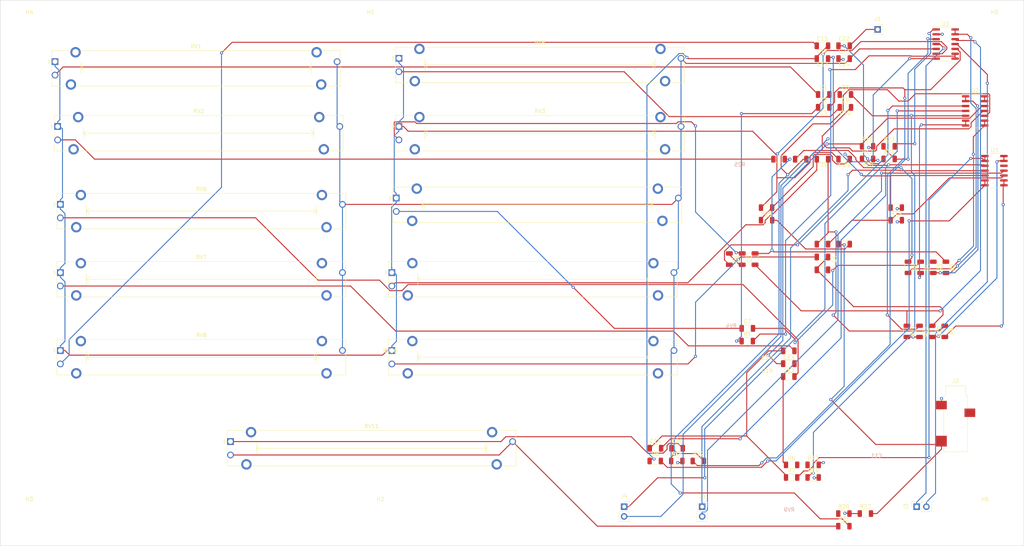
<source format=kicad_pcb>
(kicad_pcb (version 20221018) (generator pcbnew)
  (layers (0 "F.Cu" signal) (31 "B.Cu" signal) (34 "B.Paste" user) (35 "F.Paste" user) (36 "B.SilkS" user "B.Silkscreen") (37 "F.SilkS" user "F.Silkscreen") (38 "B.Mask" user) (39 "F.Mask" user) (44 "Edge.Cuts" user))
  (net 0 "")
  (net 1 "Net-(C1-Pad1)")
  (net 2 "Net-(C1-Pad2)")
  (net 3 "Net-(U1C-+)")
  (net 4 "Net-(C3-Pad1)")
  (net 5 "Net-(C3-Pad2)")
  (net 6 "Net-(U1D-+)")
  (net 7 "Net-(C5-Pad1)")
  (net 8 "Net-(C5-Pad2)")
  (net 9 "Net-(U2A-+)")
  (net 10 "Net-(C7-Pad1)")
  (net 11 "Net-(C7-Pad2)")
  (net 12 "Net-(U2B-+)")
  (net 13 "Net-(C9-Pad1)")
  (net 14 "Net-(C10-Pad1)")
  (net 15 "Net-(U2C-+)")
  (net 16 "Net-(C11-Pad1)")
  (net 17 "Net-(C11-Pad2)")
  (net 18 "Net-(U2D-+)")
  (net 19 "Net-(C13-Pad1)")
  (net 20 "Net-(C13-Pad2)")
  (net 21 "Net-(U3A-+)")
  (net 22 "Net-(C15-Pad1)")
  (net 23 "Net-(C15-Pad2)")
  (net 24 "Net-(U3B-+)")
  (net 25 "Net-(C17-Pad1)")
  (net 26 "Net-(C17-Pad2)")
  (net 27 "Net-(U3C-+)")
  (net 28 "Net-(C19-Pad1)")
  (net 29 "Net-(C19-Pad2)")
  (net 30 "Net-(U3D-+)")
  (net 31 "Net-(C21-Pad1)")
  (net 32 "Net-(C21-Pad2)")
  (net 33 "Net-(C22-Pad1)")
  (net 34 "Net-(J1-Pin_1)")
  (net 35 "GND")
  (net 36 "Net-(U1B-+)")
  (net 37 "Net-(U1B--)")
  (net 38 "Net-(C24-Pad2)")
  (net 39 "Net-(C25-Pad1)")
  (net 40 "Net-(C25-Pad2)")
  (net 41 "Net-(J3-Pin_1)")
  (net 42 "Net-(J3-Pin_2)")
  (net 43 "Net-(J4-Pin_1)")
  (net 44 "Net-(J4-Pin_2)")
  (net 45 "Net-(J5-Pin_1)")
  (net 46 "Net-(J5-Pin_2)")
  (net 47 "Net-(U1C--)")
  (net 48 "Net-(U1D--)")
  (net 49 "Net-(U2A--)")
  (net 50 "Net-(U2B--)")
  (net 51 "Net-(U2C--)")
  (net 52 "Net-(U2D--)")
  (net 53 "Net-(U3A--)")
  (net 54 "Net-(U3B--)")
  (net 55 "Net-(U3C--)")
  (net 56 "Net-(U3D--)")
  (net 57 "Net-(R21-Pad1)")
  (net 58 "Net-(U1A-+)")
  (footprint "Connector_PinSocket_2.54mm:PinSocket_1x02_P2.54mm_Vertical" (layer "F.Cu") (at 177.8 147.32)
    (fp_text reference "J4")
    (fp_text value "Conn_01x02_Socket")
  )
  (footprint "Capacitor_SMD:C_1206_3216Metric" (layer "F.Cu") (at 211.8988 82.755 -90)
    (fp_text reference "C4")
    (fp_text value "33n")
  )
  (footprint "Connector_PinSocket_2.54mm:PinSocket_1x02_P2.54mm_Vertical" (layer "F.Cu") (at 254 147.32 90)
    (fp_text reference "J3")
    (fp_text value "Conn_01x02_Socket")
  )
  (footprint "Resistor_SMD:R_1206_3216Metric" (layer "F.Cu") (at 214.9018 72.62)
    (fp_text reference "R26")
    (fp_text value "100")
  )
  (footprint "Capacitor_SMD:C_1206_3216Metric" (layer "F.Cu") (at 229.4538 85.55)
    (fp_text reference "C20")
    (fp_text value "150p")
  )
  (footprint "Capacitor_SMD:C_1206_3216Metric" (layer "F.Cu") (at 235.4388 43.18)
    (fp_text reference "C9")
    (fp_text value "100n")
  )
  (footprint "Potentiometer_THT:Potentiometer_Bourns_PTA6043_Single_Slide" (layer "F.Cu") (at 117.27 106.59)
    (fp_text reference "RV10")
    (fp_text value "5k")
  )
  (footprint "Potentiometer_THT:Potentiometer_Bourns_PTA6043_Single_Slide" (layer "F.Cu") (at 30.91 68.49)
    (fp_text reference "RV6")
    (fp_text value "5k")
  )
  (footprint "MountingHole:MountingHole_3.5mm" (layer "F.Cu") (at 111.76 22.86)
    (fp_text reference "H1")
    (fp_text value "MountingHole")
  )
  (footprint "Capacitor_SMD:C_1206_3216Metric" (layer "F.Cu") (at 235.1038 78.85)
    (fp_text reference "C25")
    (fp_text value "10u")
  )
  (footprint "Resistor_SMD:R_1206_3216Metric" (layer "F.Cu") (at 241.2117 56.63)
    (fp_text reference "R17")
    (fp_text value "220k")
  )
  (footprint "Resistor_SMD:R_1206_3216Metric" (layer "F.Cu") (at 251.75 84.8975 -90)
    (fp_text reference "R5")
    (fp_text value "1k")
  )
  (footprint "Capacitor_SMD:C_1206_3216Metric" (layer "F.Cu") (at 205.1988 82.755 -90)
    (fp_text reference "C6")
    (fp_text value "18n")
  )
  (footprint "Resistor_SMD:R_1206_3216Metric" (layer "F.Cu") (at 197.115 135.4)
    (fp_text reference "R22")
    (fp_text value "15k")
  )
  (footprint "Potentiometer_THT:Potentiometer_Bourns_PTA6043_Single_Slide" (layer "F.Cu") (at 119.11 48.17)
    (fp_text reference "RV3")
    (fp_text value "5k")
  )
  (footprint "Capacitor_SMD:C_1206_3216Metric" (layer "F.Cu") (at 229.7888 43.18)
    (fp_text reference "C2")
    (fp_text value "68n")
  )
  (footprint "Resistor_SMD:R_1206_3216Metric" (layer "F.Cu") (at 255.04 84.8975 -90)
    (fp_text reference "R4")
    (fp_text value "1k")
  )
  (footprint "Capacitor_SMD:C_1206_3216Metric" (layer "F.Cu") (at 185.955 132.08)
    (fp_text reference "C14")
    (fp_text value "1n0")
  )
  (footprint "Capacitor_SMD:C_1206_3216Metric" (layer "F.Cu") (at 229.7888 39.83)
    (fp_text reference "C1")
    (fp_text value "1u5")
  )
  (footprint "Package_SO:SO-14_3.9x8.65mm_P1.27mm" (layer "F.Cu") (at 274.255 59.69)
    (fp_text reference "U3")
    (fp_text value "LM324")
  )
  (footprint "Potentiometer_THT:Potentiometer_Bourns_PTA6043_Single_Slide" (layer "F.Cu") (at 118.42 66.83)
    (fp_text reference "RV4")
    (fp_text value "5k")
  )
  (footprint "Resistor_SMD:R_1206_3216Metric" (layer "F.Cu") (at 221.4214 139.7)
    (fp_text reference "R7")
    (fp_text value "1k")
  )
  (footprint "MountingHole:MountingHole_3.5mm" (layer "F.Cu") (at 22.86 149.86)
    (fp_text reference "H3")
    (fp_text value "MountingHole")
  )
  (footprint "Potentiometer_THT:Potentiometer_Bourns_PTA6043_Single_Slide" (layer "F.Cu") (at 117.27 86.27)
    (fp_text reference "RV9")
    (fp_text value "5k")
  )
  (footprint "Resistor_SMD:R_1206_3216Metric" (layer "F.Cu") (at 209.8713 104.14)
    (fp_text reference "R1")
    (fp_text value "1k")
  )
  (footprint "Resistor_SMD:R_1206_3216Metric" (layer "F.Cu") (at 248.6867 69.33)
    (fp_text reference "R18")
    (fp_text value "220k")
  )
  (footprint "Potentiometer_THT:Potentiometer_Bourns_PTA6043_Single_Slide" (layer "F.Cu") (at 119.11 30.39)
    (fp_text reference "RV5")
    (fp_text value "5k")
  )
  (footprint "Potentiometer_THT:Potentiometer_Bourns_PTA6043_Single_Slide" (layer "F.Cu") (at 30.91 86.27)
    (fp_text reference "RV7")
    (fp_text value "5k")
  )
  (footprint "Resistor_SMD:R_1206_3216Metric" (layer "F.Cu") (at 214.9018 69.33)
    (fp_text reference "R25")
    (fp_text value "10k")
  )
  (footprint "Capacitor_SMD:C_1206_3216Metric" (layer "F.Cu") (at 229.4538 82.2)
    (fp_text reference "C19")
    (fp_text value "3n3")
  )
  (footprint "Potentiometer_THT:Potentiometer_Bourns_PTA6043_Single_Slide" (layer "F.Cu") (at 30.21 48.17)
    (fp_text reference "RV2")
    (fp_text value "5k")
  )
  (footprint "Resistor_SMD:R_1206_3216Metric" (layer "F.Cu") (at 227.0314 136.41)
    (fp_text reference "R13")
    (fp_text value "220k")
  )
  (footprint "Resistor_SMD:R_1206_3216Metric" (layer "F.Cu") (at 185.895 135.4)
    (fp_text reference "R8")
    (fp_text value "1k")
  )
  (footprint "Capacitor_SMD:C_1206_3216Metric" (layer "F.Cu") (at 209.8913 100.82)
    (fp_text reference "C7")
    (fp_text value "220n")
  )
  (footprint "Capacitor_SMD:C_1206_3216Metric" (layer "F.Cu") (at 220.6938 113.38 180)
    (fp_text reference "C11")
    (fp_text value "47n")
  )
  (footprint "Resistor_SMD:R_1206_3216Metric" (layer "F.Cu") (at 240.6464 149.11)
    (fp_text reference "R27")
    (fp_text value "1M")
  )
  (footprint "Package_SO:SO-14_3.9x8.65mm_P1.27mm" (layer "F.Cu") (at 261.555 26.67)
    (fp_text reference "U1")
    (fp_text value "LM324")
  )
  (footprint "Capacitor_SMD:C_1206_3216Metric" (layer "F.Cu") (at 220.6938 106.68 180)
    (fp_text reference "C13")
    (fp_text value "27n")
  )
  (footprint "Connector_PinSocket_2.54mm:PinSocket_1x01_P2.54mm_Vertical" (layer "F.Cu") (at 243.84 22.86)
    (fp_text reference "J1")
    (fp_text value "Conn_01x01_Socket")
  )
  (footprint "Capacitor_SMD:C_1206_3216Metric" (layer "F.Cu") (at 235.4388 39.83)
    (fp_text reference "C8")
    (fp_text value "8n2")
  )
  (footprint "Potentiometer_THT:Potentiometer_Bourns_PTA6043_Single_Slide" (layer "F.Cu") (at 30.91 106.59)
    (fp_text reference "RV8")
    (fp_text value "5k")
  )
  (footprint "Connector_PinSocket_2.54mm:PinSocket_1x02_P2.54mm_Vertical" (layer "F.Cu") (at 198.12 147.32)
    (fp_text reference "J5")
    (fp_text value "Conn_01x02_Socket")
  )
  (footprint "Resistor_SMD:R_1206_3216Metric" (layer "F.Cu") (at 258.04 101.6 -90)
    (fp_text reference "R10")
    (fp_text value "1k")
  )
  (footprint "Capacitor_SMD:C_1206_3216Metric" (layer "F.Cu") (at 235.1038 30.48)
    (fp_text reference "C23")
    (fp_text value "10u")
  )
  (footprint "MountingHole:MountingHole_3.5mm" (layer "F.Cu") (at 271.78 149.86)
    (fp_text reference "H6")
    (fp_text value "MountingHole")
  )
  (footprint "Resistor_SMD:R_1206_3216Metric" (layer "F.Cu") (at 221.4214 136.41)
    (fp_text reference "R6")
    (fp_text value "1k")
  )
  (footprint "Resistor_SMD:R_1206_3216Metric" (layer "F.Cu") (at 251.46 101.6 -90)
    (fp_text reference "R12")
    (fp_text value "220k")
  )
  (footprint "Potentiometer_THT:Potentiometer_Bourns_PTA6043_Single_Slide" (layer "F.Cu") (at 75.24 130.33)
    (fp_text reference "RV11")
    (fp_text value "250k")
  )
  (footprint "Resistor_SMD:R_1206_3216Metric" (layer "F.Cu") (at 235.0364 149.11)
    (fp_text reference "R20")
    (fp_text value "220k")
  )
  (footprint "MountingHole:MountingHole_3.5mm" (layer "F.Cu") (at 114.3 149.86)
    (fp_text reference "H2")
    (fp_text value "MountingHole")
  )
  (footprint "Capacitor_SMD:C_1206_3216Metric" (layer "F.Cu") (at 191.605 132.08)
    (fp_text reference "C21")
    (fp_text value "10u")
  )
  (footprint "Connector_Audio:Jack_3.5mm_CUI_SJ-3523-SMT_Horizontal" (layer "F.Cu") (at 264.16 124.42)
    (fp_text reference "J2")
    (fp_text value "AudioJack2")
  )
  (footprint "Resistor_SMD:R_1206_3216Metric" (layer "F.Cu") (at 246.8217 53.34)
    (fp_text reference "R23")
    (fp_text value "1M")
  )
  (footprint "Resistor_SMD:R_1206_3216Metric" (layer "F.Cu") (at 261.33 101.6 -90)
    (fp_text reference "R9")
    (fp_text value "1k")
  )
  (footprint "Resistor_SMD:R_1206_3216Metric" (layer "F.Cu") (at 227.0314 139.7)
    (fp_text reference "R14")
    (fp_text value "220k")
  )
  (footprint "Capacitor_SMD:C_1206_3216Metric" (layer "F.Cu") (at 229.4538 56.69)
    (fp_text reference "C17")
    (fp_text value "6n8")
  )
  (footprint "MountingHole:MountingHole_3.5mm" (layer "F.Cu") (at 22.86 22.86)
    (fp_text reference "H4")
    (fp_text value "MountingHole")
  )
  (footprint "Resistor_SMD:R_1206_3216Metric" (layer "F.Cu") (at 191.505 135.4)
    (fp_text reference "R15")
    (fp_text value "220k")
  )
  (footprint "Resistor_SMD:R_1206_3216Metric" (layer "F.Cu") (at 241.2117 53.34)
    (fp_text reference "R16")
    (fp_text value "220k")
  )
  (footprint "Potentiometer_THT:Potentiometer_Bourns_PTA6043_Single_Slide" (layer "F.Cu") (at 29.52 31.27)
    (fp_text reference "RV1")
    (fp_text value "5k")
  )
  (footprint "Capacitor_SMD:C_1206_3216Metric" (layer "F.Cu") (at 229.4538 27.13)
    (fp_text reference "C15")
    (fp_text value "12n")
  )
  (footprint "Resistor_SMD:R_1206_3216Metric" (layer "F.Cu") (at 254.75 101.6 -90)
    (fp_text reference "R11")
    (fp_text value "220k")
  )
  (footprint "Capacitor_SMD:C_1206_3216Metric" (layer "F.Cu") (at 208.5488 82.755 -90)
    (fp_text reference "C5")
    (fp_text value "390n")
  )
  (footprint "Resistor_SMD:R_1206_3216Metric" (layer "F.Cu") (at 235.0364 152.4)
    (fp_text reference "R21")
    (fp_text value "10k")
  )
  (footprint "Resistor_SMD:R_1206_3216Metric" (layer "F.Cu") (at 261.62 84.8975 -90)
    (fp_text reference "R2")
    (fp_text value "1k")
  )
  (footprint "Resistor_SMD:R_1206_3216Metric" (layer "F.Cu") (at 246.8217 56.63)
    (fp_text reference "R24")
    (fp_text value "47k")
  )
  (footprint "Package_SO:SO-14_3.9x8.65mm_P1.27mm" (layer "F.Cu") (at 269.24 44.11)
    (fp_text reference "U2")
    (fp_text value "LM324")
  )
  (footprint "Capacitor_SMD:C_1206_3216Metric" (layer "F.Cu") (at 235.1038 27.13)
    (fp_text reference "C22")
    (fp_text value "10u")
  )
  (footprint "Capacitor_SMD:C_1206_3216Metric" (layer "F.Cu") (at 229.4538 30.48)
    (fp_text reference "C16")
    (fp_text value "560p")
  )
  (footprint "Capacitor_SMD:C_1206_3216Metric" (layer "F.Cu") (at 220.6938 110.03 180)
    (fp_text reference "C12")
    (fp_text value "2n2")
  )
  (footprint "Resistor_SMD:R_1206_3216Metric" (layer "F.Cu") (at 248.6867 72.62)
    (fp_text reference "R19")
    (fp_text value "220k")
  )
  (footprint "Capacitor_SMD:C_1206_3216Metric" (layer "F.Cu") (at 229.4538 78.85)
    (fp_text reference "C18")
    (fp_text value "270p")
  )
  (footprint "MountingHole:MountingHole_3.5mm" (layer "F.Cu") (at 274.32 22.86)
    (fp_text reference "H5")
    (fp_text value "MountingHole")
  )
  (footprint "Capacitor_SMD:C_1206_3216Metric" (layer "F.Cu") (at 223.8038 56.69)
    (fp_text reference "C10")
    (fp_text value "3n9")
  )
  (footprint "Capacitor_SMD:C_1206_3216Metric" (layer "F.Cu") (at 235.1038 56.69)
    (fp_text reference "C24")
    (fp_text value "150p")
  )
  (footprint "Capacitor_SMD:C_1206_3216Metric" (layer "F.Cu") (at 218.1538 56.69)
    (fp_text reference "C3")
    (fp_text value "820n")
  )
  (footprint "Resistor_SMD:R_1206_3216Metric" (layer "F.Cu") (at 258.33 84.8975 -90)
    (fp_text reference "R3")
    (fp_text value "1k")
  )
  (gr_line (start 281.94 157.48) (end 281.94 15.24) (stroke (width 0.1)) (layer "Edge.Cuts"))
  (gr_line (start 15.24 15.24) (end 15.24 157.48) (stroke (width 0.1)) (layer "Edge.Cuts"))
  (gr_line (start 15.24 157.48) (end 281.94 157.48) (stroke (width 0.1)) (layer "Edge.Cuts"))
  (gr_line (start 281.94 15.24) (end 15.24 15.24) (stroke (width 0.1)) (layer "Edge.Cuts"))
  (segment (start 29.52 34.77) (end 31.6343 32.6557) (width 0.25) (layer "F.Cu") (net 1))
  (segment (start 31.6343 32.6557) (end 221.1395 32.6557) (width 0.25) (layer "F.Cu") (net 1))
  (segment (start 221.1395 32.6557) (end 228.3138 39.83) (width 0.25) (layer "F.Cu") (net 1))
  (segment (start 231.2638 39.83) (end 228.3138 42.78) (width 0.25) (layer "F.Cu") (net 2))
  (segment (start 208.4088 104.14) (end 207.1092 104.14) (width 0.25) (layer "F.Cu") (net 2))
  (segment (start 226.6798 44.814) (end 228.3138 43.18) (width 0.25) (layer "F.Cu") (net 2))
  (segment (start 228.3138 42.78) (end 228.3138 43.18) (width 0.25) (layer "F.Cu") (net 2))
  (segment (start 208.3446 44.814) (end 226.6798 44.814) (width 0.25) (layer "F.Cu") (net 2))
  (segment (start 207.1092 104.14) (end 207.0991 104.1299) (width 0.25) (layer "F.Cu") (net 2))
  (via (at 207.0991 104.1299) (size 0.8) (drill 0.4) (layers "F.Cu" "B.Cu") (net 2))
  (via (at 208.3446 44.814) (size 0.8) (drill 0.4) (layers "F.Cu" "B.Cu") (net 2))
  (segment (start 207.0991 104.1299) (end 208.3446 102.8844) (width 0.25) (layer "B.Cu") (net 2))
  (segment (start 208.3446 102.8844) (end 208.3446 44.814) (width 0.25) (layer "B.Cu") (net 2))
  (segment (start 264.5034 27.94) (end 265.3439 28.7805) (width 0.25) (layer "F.Cu") (net 3))
  (segment (start 250.9098 38.5691) (end 250.4579 38.1172) (width 0.25) (layer "F.Cu") (net 3))
  (segment (start 250.4579 38.1172) (end 233.852 38.1172) (width 0.25) (layer "F.Cu") (net 3))
  (segment (start 250.9098 40.797) (end 250.9098 38.5691) (width 0.25) (layer "F.Cu") (net 3))
  (segment (start 253.8596 101.0279) (end 250.0866 101.0279) (width 0.25) (layer "F.Cu") (net 3))
  (segment (start 232.6138 41.83) (end 231.2638 43.18) (width 0.25) (layer "F.Cu") (net 3))
  (segment (start 233.852 38.1172) (end 232.6138 39.3554) (width 0.25) (layer "F.Cu") (net 3))
  (segment (start 264.03 27.94) (end 264.5034 27.94) (width 0.25) (layer "F.Cu") (net 3))
  (segment (start 265.3439 28.7805) (end 265.3439 30.8621) (width 0.25) (layer "F.Cu") (net 3))
  (segment (start 250.0866 101.0279) (end 246.3609 97.3022) (width 0.25) (layer "F.Cu") (net 3))
  (segment (start 254.75 100.1375) (end 253.8596 101.0279) (width 0.25) (layer "F.Cu") (net 3))
  (segment (start 257.6369 38.5691) (end 250.9098 38.5691) (width 0.25) (layer "F.Cu") (net 3))
  (segment (start 265.3439 30.8621) (end 257.6369 38.5691) (width 0.25) (layer "F.Cu") (net 3))
  (segment (start 232.6138 39.3554) (end 232.6138 41.83) (width 0.25) (layer "F.Cu") (net 3))
  (via (at 250.9098 40.797) (size 0.8) (drill 0.4) (layers "F.Cu" "B.Cu") (net 3))
  (via (at 246.3609 97.3022) (size 0.8) (drill 0.4) (layers "F.Cu" "B.Cu") (net 3))
  (segment (start 246.3624 60.8057) (end 250.9098 56.2583) (width 0.25) (layer "B.Cu") (net 3))
  (segment (start 246.3624 97.3007) (end 246.3624 60.8057) (width 0.25) (layer "B.Cu") (net 3))
  (segment (start 246.3609 97.3022) (end 246.3624 97.3007) (width 0.25) (layer "B.Cu") (net 3))
  (segment (start 250.9098 56.2583) (end 250.9098 40.797) (width 0.25) (layer "B.Cu") (net 3))
  (segment (start 39.8292 56.69) (end 34.8092 51.67) (width 0.25) (layer "F.Cu") (net 4))
  (segment (start 34.8092 51.67) (end 30.21 51.67) (width 0.25) (layer "F.Cu") (net 4))
  (segment (start 216.6788 56.69) (end 39.8292 56.69) (width 0.25) (layer "F.Cu") (net 4))
  (segment (start 211.8988 81.28) (end 215.4538 81.28) (width 0.25) (layer "F.Cu") (net 5))
  (segment (start 216.3107 80.4231) (end 216.7626 80.875) (width 0.25) (layer "F.Cu") (net 5))
  (segment (start 215.4538 81.28) (end 216.3107 80.4231) (width 0.25) (layer "F.Cu") (net 5))
  (segment (start 216.7626 80.875) (end 259.06 80.875) (width 0.25) (layer "F.Cu") (net 5))
  (segment (start 219.6288 56.69) (end 220.9729 56.69) (width 0.25) (layer "F.Cu") (net 5))
  (segment (start 220.9729 56.69) (end 220.9788 56.6841) (width 0.25) (layer "F.Cu") (net 5))
  (segment (start 259.06 80.875) (end 261.62 83.435) (width 0.25) (layer "F.Cu") (net 5))
  (via (at 220.9788 56.6841) (size 0.8) (drill 0.4) (layers "F.Cu" "B.Cu") (net 5))
  (via (at 216.3107 80.4231) (size 0.8) (drill 0.4) (layers "F.Cu" "B.Cu") (net 5))
  (segment (start 216.3107 61.3522) (end 216.3107 80.4231) (width 0.25) (layer "B.Cu") (net 5))
  (segment (start 220.9788 56.6841) (end 216.3107 61.3522) (width 0.25) (layer "B.Cu") (net 5))
  (segment (start 223.9188 96.25) (end 211.8988 84.23) (width 0.25) (layer "F.Cu") (net 6))
  (segment (start 264.03 25.4) (end 264.3859 25.7559) (width 0.25) (layer "F.Cu") (net 6))
  (segment (start 264.3859 25.7559) (end 268.8307 25.7559) (width 0.25) (layer "F.Cu") (net 6))
  (segment (start 251.46 96.25) (end 260.1303 96.25) (width 0.25) (layer "F.Cu") (net 6))
  (segment (start 251.46 100.1375) (end 251.46 96.25) (width 0.25) (layer "F.Cu") (net 6))
  (segment (start 268.8307 25.7559) (end 269.2066 26.1318) (width 0.25) (layer "F.Cu") (net 6))
  (segment (start 251.46 96.25) (end 223.9188 96.25) (width 0.25) (layer "F.Cu") (net 6))
  (via (at 269.2066 26.1318) (size 0.8) (drill 0.4) (layers "F.Cu" "B.Cu") (net 6))
  (via (at 260.1303 96.25) (size 0.8) (drill 0.4) (layers "F.Cu" "B.Cu") (net 6))
  (segment (start 269.2066 26.1318) (end 270.639 27.5642) (width 0.25) (layer "B.Cu") (net 6))
  (segment (start 270.639 27.5642) (end 270.639 85.7413) (width 0.25) (layer "B.Cu") (net 6))
  (segment (start 270.639 85.7413) (end 260.1303 96.25) (width 0.25) (layer "B.Cu") (net 6))
  (segment (start 117.9081 50.4681) (end 117.9081 47.0804) (width 0.25) (layer "F.Cu") (net 7))
  (segment (start 123.3367 46.9681) (end 123.7655 47.3969) (width 0.25) (layer "F.Cu") (net 7))
  (segment (start 119.11 51.67) (end 117.9081 50.4681) (width 0.25) (layer "F.Cu") (net 7))
  (segment (start 195.3019 46.9448) (end 196.3938 48.0367) (width 0.25) (layer "F.Cu") (net 7))
  (segment (start 118.0204 46.9681) (end 123.3367 46.9681) (width 0.25) (layer "F.Cu") (net 7))
  (segment (start 191.8602 46.9448) (end 195.3019 46.9448) (width 0.25) (layer "F.Cu") (net 7))
  (segment (start 208.338 81.0692) (end 208.5488 81.28) (width 0.25) (layer "F.Cu") (net 7))
  (segment (start 123.7655 47.3969) (end 191.4081 47.3969) (width 0.25) (layer "F.Cu") (net 7))
  (segment (start 117.9081 47.0804) (end 118.0204 46.9681) (width 0.25) (layer "F.Cu") (net 7))
  (segment (start 191.4081 47.3969) (end 191.8602 46.9448) (width 0.25) (layer "F.Cu") (net 7))
  (segment (start 207.0003 81.0692) (end 208.338 81.0692) (width 0.25) (layer "F.Cu") (net 7))
  (via (at 196.3938 48.0367) (size 0.8) (drill 0.4) (layers "F.Cu" "B.Cu") (net 7))
  (via (at 207.0003 81.0692) (size 0.8) (drill 0.4) (layers "F.Cu" "B.Cu") (net 7))
  (segment (start 196.3938 70.4627) (end 207.0003 81.0692) (width 0.25) (layer "B.Cu") (net 7))
  (segment (start 196.3938 48.0367) (end 196.3938 70.4627) (width 0.25) (layer "B.Cu") (net 7))
  (segment (start 205.1988 81.5832) (end 207.8456 84.23) (width 0.25) (layer "F.Cu") (net 8))
  (segment (start 205.1988 81.28) (end 205.1988 81.5832) (width 0.25) (layer "F.Cu") (net 8))
  (segment (start 207.8456 84.23) (end 208.5488 84.23) (width 0.25) (layer "F.Cu") (net 8))
  (segment (start 247.6681 42.84) (end 246.5093 43.9988) (width 0.25) (layer "F.Cu") (net 9))
  (segment (start 205.6195 79.0492) (end 222.9799 79.0492) (width 0.25) (layer "F.Cu") (net 9))
  (segment (start 203.9252 82.9564) (end 203.9252 80.7435) (width 0.25) (layer "F.Cu") (net 9))
  (segment (start 266.765 42.84) (end 247.6681 42.84) (width 0.25) (layer "F.Cu") (net 9))
  (segment (start 203.9252 80.7435) (end 205.6195 79.0492) (width 0.25) (layer "F.Cu") (net 9))
  (segment (start 205.1988 84.23) (end 203.9252 82.9564) (width 0.25) (layer "F.Cu") (net 9))
  (via (at 222.9799 79.0492) (size 0.8) (drill 0.4) (layers "F.Cu" "B.Cu") (net 9))
  (via (at 246.5093 43.9988) (size 0.8) (drill 0.4) (layers "F.Cu" "B.Cu") (net 9))
  (segment (start 246.5093 55.5198) (end 222.9799 79.0492) (width 0.25) (layer "B.Cu") (net 9))
  (segment (start 246.5093 43.9988) (end 246.5093 55.5198) (width 0.25) (layer "B.Cu") (net 9))
  (segment (start 175.2395 100.82) (end 164.525 90.1055) (width 0.25) (layer "F.Cu") (net 10))
  (segment (start 208.4163 100.82) (end 175.2395 100.82) (width 0.25) (layer "F.Cu") (net 10))
  (via (at 164.525 90.1055) (size 0.8) (drill 0.4) (layers "F.Cu" "B.Cu") (net 10))
  (segment (start 118.42 70.33) (end 144.7495 70.33) (width 0.25) (layer "B.Cu") (net 10))
  (segment (start 144.7495 70.33) (end 164.525 90.1055) (width 0.25) (layer "B.Cu") (net 10))
  (segment (start 211.3663 100.82) (end 219.4569 100.82) (width 0.25) (layer "F.Cu") (net 11))
  (segment (start 254.0895 84.3855) (end 255.04 83.435) (width 0.25) (layer "F.Cu") (net 11))
  (segment (start 222.3336 104.5229) (end 222.3348 104.5241) (width 0.25) (layer "F.Cu") (net 11))
  (segment (start 222.3335 103.6966) (end 222.3335 104.5229) (width 0.25) (layer "F.Cu") (net 11))
  (segment (start 222.3335 104.5229) (end 222.3336 104.5229) (width 0.25) (layer "F.Cu") (net 11))
  (segment (start 219.4569 100.82) (end 222.3335 103.6966) (width 0.25) (layer "F.Cu") (net 11))
  (segment (start 233.4615 84.3855) (end 254.0895 84.3855) (width 0.25) (layer "F.Cu") (net 11))
  (segment (start 232.1281 85.7189) (end 233.4615 84.3855) (width 0.25) (layer "F.Cu") (net 11))
  (via (at 232.1281 85.7189) (size 0.8) (drill 0.4) (layers "F.Cu" "B.Cu") (net 11))
  (via (at 222.3348 104.5241) (size 0.8) (drill 0.4) (layers "F.Cu" "B.Cu") (net 11))
  (segment (start 232.1281 85.7189) (end 232.1281 94.7308) (width 0.25) (layer "B.Cu") (net 11))
  (segment (start 232.1281 94.7308) (end 222.3348 104.5241) (width 0.25) (layer "B.Cu") (net 11))
  (segment (start 252.9521 45.38) (end 242.4638 45.38) (width 0.25) (layer "F.Cu") (net 12))
  (segment (start 226.6755 138.5934) (end 225.5689 139.7) (width 0.25) (layer "F.Cu") (net 12))
  (segment (start 242.4638 45.38) (end 236.9138 39.83) (width 0.25) (layer "F.Cu") (net 12))
  (segment (start 252.9521 45.38) (end 252.8591 45.287) (width 0.25) (layer "F.Cu") (net 12))
  (segment (start 252.8591 45.287) (end 252.6346 45.287) (width 0.25) (layer "F.Cu") (net 12))
  (segment (start 227.1006 138.5934) (end 226.6755 138.5934) (width 0.25) (layer "F.Cu") (net 12))
  (segment (start 266.765 45.38) (end 252.9521 45.38) (width 0.25) (layer "F.Cu") (net 12))
  (via (at 252.6346 45.287) (size 0.8) (drill 0.4) (layers "F.Cu" "B.Cu") (net 12))
  (via (at 227.1006 138.5934) (size 0.8) (drill 0.4) (layers "F.Cu" "B.Cu") (net 12))
  (segment (start 253.4969 60.8864) (end 253.4969 101.5425) (width 0.25) (layer "B.Cu") (net 12))
  (segment (start 252.6346 45.287) (end 252.6346 60.0241) (width 0.25) (layer "B.Cu") (net 12))
  (segment (start 252.6346 60.0241) (end 253.4969 60.8864) (width 0.25) (layer "B.Cu") (net 12))
  (segment (start 253.4969 101.5425) (end 227.1006 127.9388) (width 0.25) (layer "B.Cu") (net 12))
  (segment (start 227.1006 127.9388) (end 227.1006 138.5934) (width 0.25) (layer "B.Cu") (net 12))
  (segment (start 189.5071 45.5956) (end 177.8015 33.89) (width 0.25) (layer "F.Cu") (net 13))
  (segment (start 233.9638 43.18) (end 231.5482 45.5956) (width 0.25) (layer "F.Cu") (net 13))
  (segment (start 231.5482 45.5956) (end 189.5071 45.5956) (width 0.25) (layer "F.Cu") (net 13))
  (segment (start 177.8015 33.89) (end 119.11 33.89) (width 0.25) (layer "F.Cu") (net 13))
  (segment (start 249.9199 58.9152) (end 240.2091 58.9152) (width 0.25) (layer "F.Cu") (net 14))
  (segment (start 236.2001 54.4301) (end 229.415 54.4301) (width 0.25) (layer "F.Cu") (net 14))
  (segment (start 236.9138 43.18) (end 229.415 50.6788) (width 0.25) (layer "F.Cu") (net 14))
  (segment (start 238.1528 56.8589) (end 238.1528 56.3828) (width 0.25) (layer "F.Cu") (net 14))
  (segment (start 238.1528 56.3828) (end 236.2001 54.4301) (width 0.25) (layer "F.Cu") (net 14))
  (segment (start 229.415 50.6788) (end 229.415 54.4301) (width 0.25) (layer "F.Cu") (net 14))
  (segment (start 229.415 54.4301) (end 224.5887 54.4301) (width 0.25) (layer "F.Cu") (net 14))
  (segment (start 240.2091 58.9152) (end 238.1528 56.8589) (width 0.25) (layer "F.Cu") (net 14))
  (segment (start 252.7696 82.4154) (end 252.7696 81.7013) (width 0.25) (layer "F.Cu") (net 14))
  (segment (start 251.75 83.435) (end 252.7696 82.4154) (width 0.25) (layer "F.Cu") (net 14))
  (segment (start 224.5887 54.4301) (end 222.3288 56.69) (width 0.25) (layer "F.Cu") (net 14))
  (via (at 249.9199 58.9152) (size 0.8) (drill 0.4) (layers "F.Cu" "B.Cu") (net 14))
  (via (at 252.7696 81.7013) (size 0.8) (drill 0.4) (layers "F.Cu" "B.Cu") (net 14))
  (segment (start 252.7696 81.7013) (end 252.7696 61.7649) (width 0.25) (layer "B.Cu") (net 14))
  (segment (start 252.7696 61.7649) (end 249.9199 58.9152) (width 0.25) (layer "B.Cu") (net 14))
  (segment (start 272.1129 45.38) (end 273.0288 44.4641) (width 0.25) (layer "F.Cu") (net 15))
  (segment (start 231.4518 47.4841) (end 226.9974 47.4841) (width 0.25) (layer "F.Cu") (net 15))
  (segment (start 236.3501 38.5691) (end 234.8667 40.0525) (width 0.25) (layer "F.Cu") (net 15))
  (segment (start 253.6895 39.6281) (end 251.7658 41.5518) (width 0.25) (layer "F.Cu") (net 15))
  (segment (start 234.8667 44.0692) (end 231.4518 47.4841) (width 0.25) (layer "F.Cu") (net 15))
  (segment (start 273.0288 39.9216) (end 272.7353 39.6281) (width 0.25) (layer "F.Cu") (net 15))
  (segment (start 251.7658 41.5518) (end 249.3466 41.5518) (width 0.25) (layer "F.Cu") (net 15))
  (segment (start 218.6992 55.7823) (end 218.6992 59.0446) (width 0.25) (layer "F.Cu") (net 15))
  (segment (start 273.0288 44.4641) (end 273.0288 39.9216) (width 0.25) (layer "F.Cu") (net 15))
  (segment (start 224.4646 56.69) (end 225.2788 56.69) (width 0.25) (layer "F.Cu") (net 15))
  (segment (start 190.0425 134.4313) (end 190.8499 133.6239) (width 0.25) (layer "F.Cu") (net 15))
  (segment (start 218.6992 59.0446) (end 220.4046 60.75) (width 0.25) (layer "F.Cu") (net 15))
  (segment (start 249.3466 41.5518) (end 246.3639 38.5691) (width 0.25) (layer "F.Cu") (net 15))
  (segment (start 272.7353 39.6281) (end 253.6895 39.6281) (width 0.25) (layer "F.Cu") (net 15))
  (segment (start 246.3639 38.5691) (end 236.3501 38.5691) (width 0.25) (layer "F.Cu") (net 15))
  (segment (start 190.0425 135.4) (end 190.0425 134.4313) (width 0.25) (layer "F.Cu") (net 15))
  (segment (start 220.4046 60.75) (end 224.4646 56.69) (width 0.25) (layer "F.Cu") (net 15))
  (segment (start 234.8667 40.0525) (end 234.8667 44.0692) (width 0.25) (layer "F.Cu") (net 15))
  (segment (start 271.715 45.38) (end 272.1129 45.38) (width 0.25) (layer "F.Cu") (net 15))
  (segment (start 226.9974 47.4841) (end 218.6992 55.7823) (width 0.25) (layer "F.Cu") (net 15))
  (via (at 220.4046 60.75) (size 0.8) (drill 0.4) (layers "F.Cu" "B.Cu") (net 15))
  (via (at 190.8499 133.6239) (size 0.8) (drill 0.4) (layers "F.Cu" "B.Cu") (net 15))
  (segment (start 218.1375 102.2788) (end 218.1375 63.0171) (width 0.25) (layer "B.Cu") (net 15))
  (segment (start 218.1375 63.0171) (end 220.4046 60.75) (width 0.25) (layer "B.Cu") (net 15))
  (segment (start 190.8499 133.6239) (end 190.8499 129.5664) (width 0.25) (layer "B.Cu") (net 15))
  (segment (start 190.8499 129.5664) (end 218.1375 102.2788) (width 0.25) (layer "B.Cu") (net 15))
  (segment (start 222.1688 113.38) (end 223.1105 112.4383) (width 0.25) (layer "F.Cu") (net 16))
  (segment (start 116.7722 90.9719) (end 114.036 88.2357) (width 0.25) (layer "F.Cu") (net 16))
  (segment (start 121.5053 89.3786) (end 119.912 90.9719) (width 0.25) (layer "F.Cu") (net 16))
  (segment (start 98.0306 88.2357) (end 81.7849 71.99) (width 0.25) (layer "F.Cu") (net 16))
  (segment (start 114.036 88.2357) (end 98.0306 88.2357) (width 0.25) (layer "F.Cu") (net 16))
  (segment (start 81.7849 71.99) (end 30.91 71.99) (width 0.25) (layer "F.Cu") (net 16))
  (segment (start 119.912 90.9719) (end 116.7722 90.9719) (width 0.25) (layer "F.Cu") (net 16))
  (segment (start 223.1105 112.4383) (end 223.1105 103.7686) (width 0.25) (layer "F.Cu") (net 16))
  (segment (start 223.1105 103.7686) (end 208.7205 89.3786) (width 0.25) (layer "F.Cu") (net 16))
  (segment (start 208.7205 89.3786) (end 121.5053 89.3786) (width 0.25) (layer "F.Cu") (net 16))
  (segment (start 222.1688 110.03) (end 219.2188 112.98) (width 0.25) (layer "F.Cu") (net 17))
  (segment (start 219.2188 113.38) (end 219.2188 135.6699) (width 0.25) (layer "F.Cu") (net 17))
  (segment (start 219.2188 135.6699) (end 219.9589 136.41) (width 0.25) (layer "F.Cu") (net 17))
  (segment (start 219.2188 112.98) (end 219.2188 113.38) (width 0.25) (layer "F.Cu") (net 17))
  (segment (start 271.0187 42.84) (end 271.715 42.84) (width 0.25) (layer "F.Cu") (net 18))
  (segment (start 215.3258 107.8108) (end 217.545 110.03) (width 0.25) (layer "F.Cu") (net 18))
  (segment (start 239.7492 52.7274) (end 230.6674 52.7274) (width 0.25) (layer "F.Cu") (net 18))
  (segment (start 267.8437 46.015) (end 271.0187 42.84) (width 0.25) (layer "F.Cu") (net 18))
  (segment (start 239.7492 53.34) (end 239.7492 52.7274) (width 0.25) (layer "F.Cu") (net 18))
  (segment (start 246.4616 46.015) (end 267.8437 46.015) (width 0.25) (layer "F.Cu") (net 18))
  (segment (start 239.7492 52.7274) (end 246.4616 46.015) (width 0.25) (layer "F.Cu") (net 18))
  (segment (start 217.545 110.03) (end 219.2188 110.03) (width 0.25) (layer "F.Cu") (net 18))
  (via (at 230.6674 52.7274) (size 0.8) (drill 0.4) (layers "F.Cu" "B.Cu") (net 18))
  (via (at 215.3258 107.8108) (size 0.8) (drill 0.4) (layers "F.Cu" "B.Cu") (net 18))
  (segment (start 215.3258 107.8108) (end 219.1283 104.0083) (width 0.25) (layer "B.Cu") (net 18))
  (segment (start 219.1283 64.2665) (end 230.6674 52.7274) (width 0.25) (layer "B.Cu") (net 18))
  (segment (start 219.1283 104.0083) (end 219.1283 64.2665) (width 0.25) (layer "B.Cu") (net 18))
  (segment (start 194.5254 105.3775) (end 220.8663 105.3775) (width 0.25) (layer "F.Cu") (net 19))
  (segment (start 220.8663 105.3775) (end 222.1688 106.68) (width 0.25) (layer "F.Cu") (net 19))
  (segment (start 106.5179 89.77) (end 118.2686 101.5207) (width 0.25) (layer "F.Cu") (net 19))
  (segment (start 30.91 89.77) (end 106.5179 89.77) (width 0.25) (layer "F.Cu") (net 19))
  (segment (start 190.6686 101.5207) (end 194.5254 105.3775) (width 0.25) (layer "F.Cu") (net 19))
  (segment (start 118.2686 101.5207) (end 190.6686 101.5207) (width 0.25) (layer "F.Cu") (net 19))
  (segment (start 219.9589 139.1139) (end 219.9589 139.7) (width 0.25) (layer "F.Cu") (net 20))
  (segment (start 215.4164 106.68) (end 209.7206 112.3758) (width 0.25) (layer "F.Cu") (net 20))
  (segment (start 209.7206 112.3758) (end 209.7206 128.8756) (width 0.25) (layer "F.Cu") (net 20))
  (segment (start 219.2188 106.68) (end 215.4164 106.68) (width 0.25) (layer "F.Cu") (net 20))
  (segment (start 209.7206 128.8756) (end 187.6844 128.8756) (width 0.25) (layer "F.Cu") (net 20))
  (segment (start 187.6844 128.8756) (end 184.48 132.08) (width 0.25) (layer "F.Cu") (net 20))
  (segment (start 209.7206 128.8756) (end 219.9589 139.1139) (width 0.25) (layer "F.Cu") (net 20))
  (segment (start 246.6997 58.1619) (end 271.5219 58.1619) (width 0.25) (layer "F.Cu") (net 21))
  (segment (start 189.9075 129.6025) (end 187.43 132.08) (width 0.25) (layer "F.Cu") (net 21))
  (segment (start 271.5219 58.1619) (end 271.78 58.42) (width 0.25) (layer "F.Cu") (net 21))
  (segment (start 208.0108 129.6025) (end 189.9075 129.6025) (width 0.25) (layer "F.Cu") (net 21))
  (segment (start 239.7492 56.63) (end 241.4233 58.3041) (width 0.25) (layer "F.Cu") (net 21))
  (segment (start 246.5575 58.3041) (end 246.6997 58.1619) (width 0.25) (layer "F.Cu") (net 21))
  (segment (start 241.4233 58.3041) (end 246.5575 58.3041) (width 0.25) (layer "F.Cu") (net 21))
  (via (at 246.6997 58.1619) (size 0.8) (drill 0.4) (layers "F.Cu" "B.Cu") (net 21))
  (via (at 208.0108 129.6025) (size 0.8) (drill 0.4) (layers "F.Cu" "B.Cu") (net 21))
  (segment (start 246.6997 58.1619) (end 245.9105 58.9511) (width 0.25) (layer "B.Cu") (net 21))
  (segment (start 234.3286 103.2847) (end 208.0108 129.6025) (width 0.25) (layer "B.Cu") (net 21))
  (segment (start 234.3286 77.7701) (end 234.3286 103.2847) (width 0.25) (layer "B.Cu") (net 21))
  (segment (start 245.9105 58.9511) (end 245.9105 66.1882) (width 0.25) (layer "B.Cu") (net 21))
  (segment (start 245.9105 66.1882) (end 234.3286 77.7701) (width 0.25) (layer "B.Cu") (net 21))
  (segment (start 227.0745 26.2257) (end 75.6637 26.2257) (width 0.25) (layer "F.Cu") (net 22))
  (segment (start 75.6637 26.2257) (end 72.9022 28.9872) (width 0.25) (layer "F.Cu") (net 22))
  (segment (start 227.9788 27.13) (end 227.0745 26.2257) (width 0.25) (layer "F.Cu") (net 22))
  (via (at 72.9022 28.9872) (size 0.8) (drill 0.4) (layers "F.Cu" "B.Cu") (net 22))
  (segment (start 33.2096 107.7904) (end 30.91 110.09) (width 0.25) (layer "B.Cu") (net 22))
  (segment (start 72.9022 28.9872) (end 72.9022 64.0328) (width 0.25) (layer "B.Cu") (net 22))
  (segment (start 72.9022 64.0328) (end 33.2096 103.7254) (width 0.25) (layer "B.Cu") (net 22))
  (segment (start 33.2096 103.7254) (end 33.2096 107.7904) (width 0.25) (layer "B.Cu") (net 22))
  (segment (start 185.6004 134.8694) (end 185.6004 134.8693) (width 0.25) (layer "F.Cu") (net 23))
  (segment (start 227.9788 30.48) (end 194.4623 30.48) (width 0.25) (layer "F.Cu") (net 23))
  (segment (start 227.9788 29.9909) (end 227.9788 30.48) (width 0.25) (layer "F.Cu") (net 23))
  (segment (start 194.4623 30.48) (end 194.1472 30.1649) (width 0.25) (layer "F.Cu") (net 23))
  (segment (start 230.8397 27.13) (end 227.9788 29.9909) (width 0.25) (layer "F.Cu") (net 23))
  (segment (start 230.9288 27.13) (end 230.8397 27.13) (width 0.25) (layer "F.Cu") (net 23))
  (segment (start 184.9631 134.8694) (end 185.6004 134.8694) (width 0.25) (layer "F.Cu") (net 23))
  (segment (start 184.4325 135.4) (end 184.9631 134.8694) (width 0.25) (layer "F.Cu") (net 23))
  (via (at 185.6004 134.8693) (size 0.8) (drill 0.4) (layers "F.Cu" "B.Cu") (net 23))
  (via (at 194.1472 30.1649) (size 0.8) (drill 0.4) (layers "F.Cu" "B.Cu") (net 23))
  (segment (start 183.7278 132.9967) (end 183.7278 37.5348) (width 0.25) (layer "B.Cu") (net 23))
  (segment (start 185.6004 134.8693) (end 183.7278 132.9967) (width 0.25) (layer "B.Cu") (net 23))
  (segment (start 183.7278 37.5348) (end 192.121 29.1416) (width 0.25) (layer "B.Cu") (net 23))
  (segment (start 192.121 29.1416) (end 193.1239 29.1416) (width 0.25) (layer "B.Cu") (net 23))
  (segment (start 193.1239 29.1416) (end 194.1472 30.1649) (width 0.25) (layer "B.Cu") (net 23))
  (segment (start 239.5814 60.6408) (end 239.9989 61.0583) (width 0.25) (layer "F.Cu") (net 24))
  (segment (start 247.2242 61.0583) (end 247.2242 69.33) (width 0.25) (layer "F.Cu") (net 24))
  (segment (start 271.78 60.96) (end 247.3225 60.96) (width 0.25) (layer "F.Cu") (net 24))
  (segment (start 247.3225 60.96) (end 247.2242 61.0583) (width 0.25) (layer "F.Cu") (net 24))
  (segment (start 239.9989 61.0583) (end 247.2242 61.0583) (width 0.25) (layer "F.Cu") (net 24))
  (segment (start 231.2613 30.1475) (end 230.9288 30.48) (width 0.25) (layer "F.Cu") (net 24))
  (segment (start 232.2788 30.1475) (end 231.2613 30.1475) (width 0.25) (layer "F.Cu") (net 24))
  (via (at 232.2788 30.1475) (size 0.8) (drill 0.4) (layers "F.Cu" "B.Cu") (net 24))
  (via (at 239.5814 60.6408) (size 0.8) (drill 0.4) (layers "F.Cu" "B.Cu") (net 24))
  (segment (start 232.2788 30.1475) (end 232.2788 53.3382) (width 0.25) (layer "B.Cu") (net 24))
  (segment (start 232.2788 53.3382) (end 239.5814 60.6408) (width 0.25) (layer "B.Cu") (net 24))
  (segment (start 216.2328 70.975) (end 214.5314 72.6764) (width 0.25) (layer "F.Cu") (net 25))
  (segment (start 213.991 73.8229) (end 209.4689 73.8229) (width 0.25) (layer "F.Cu") (net 25))
  (segment (start 214.5314 73.2825) (end 213.991 73.8229) (width 0.25) (layer "F.Cu") (net 25))
  (segment (start 214.5314 72.6764) (end 214.5314 73.2825) (width 0.25) (layer "F.Cu") (net 25))
  (segment (start 227.9788 56.69) (end 227.9788 59.5399) (width 0.25) (layer "F.Cu") (net 25))
  (segment (start 216.5437 70.975) (end 216.2328 70.975) (width 0.25) (layer "F.Cu") (net 25))
  (segment (start 227.9788 59.5399) (end 216.5437 70.975) (width 0.25) (layer "F.Cu") (net 25))
  (segment (start 194.3651 88.9267) (end 118.1133 88.9267) (width 0.25) (layer "F.Cu") (net 25))
  (segment (start 209.4689 73.8229) (end 194.3651 88.9267) (width 0.25) (layer "F.Cu") (net 25))
  (segment (start 118.1133 88.9267) (end 117.27 89.77) (width 0.25) (layer "F.Cu") (net 25))
  (segment (start 230.9288 75.6753) (end 232.9845 75.6753) (width 0.25) (layer "F.Cu") (net 26))
  (segment (start 230.9288 75.9) (end 227.9788 78.85) (width 0.25) (layer "F.Cu") (net 26))
  (segment (start 259.9589 101.5086) (end 261.33 100.1375) (width 0.25) (layer "F.Cu") (net 26))
  (segment (start 236.4354 101.5086) (end 259.9589 101.5086) (width 0.25) (layer "F.Cu") (net 26))
  (segment (start 230.9288 56.69) (end 230.9288 75.6753) (width 0.25) (layer "F.Cu") (net 26))
  (segment (start 232.2795 97.3527) (end 236.4354 101.5086) (width 0.25) (layer "F.Cu") (net 26))
  (segment (start 230.9288 75.6753) (end 230.9288 75.9) (width 0.25) (layer "F.Cu") (net 26))
  (via (at 232.9845 75.6753) (size 0.8) (drill 0.4) (layers "F.Cu" "B.Cu") (net 26))
  (via (at 232.2795 97.3527) (size 0.8) (drill 0.4) (layers "F.Cu" "B.Cu") (net 26))
  (segment (start 232.9845 96.6477) (end 232.2795 97.3527) (width 0.25) (layer "B.Cu") (net 26))
  (segment (start 232.9845 75.6753) (end 232.9845 96.6477) (width 0.25) (layer "B.Cu") (net 26))
  (segment (start 276.0951 61.5949) (end 262.4938 61.5949) (width 0.25) (layer "F.Cu") (net 27))
  (segment (start 253.1137 70.975) (end 248.8692 70.975) (width 0.25) (layer "F.Cu") (net 27))
  (segment (start 237.1588 72.62) (end 247.2242 72.62) (width 0.25) (layer "F.Cu") (net 27))
  (segment (start 262.4938 61.5949) (end 253.1137 70.975) (width 0.25) (layer "F.Cu") (net 27))
  (segment (start 230.9288 78.85) (end 237.1588 72.62) (width 0.25) (layer "F.Cu") (net 27))
  (segment (start 248.8692 70.975) (end 247.2242 72.62) (width 0.25) (layer "F.Cu") (net 27))
  (segment (start 276.73 60.96) (end 276.0951 61.5949) (width 0.25) (layer "F.Cu") (net 27))
  (segment (start 194.425 110.09) (end 196.3938 108.1212) (width 0.25) (layer "F.Cu") (net 28))
  (segment (start 208.1873 82.2) (end 227.9788 82.2) (width 0.25) (layer "F.Cu") (net 28))
  (segment (start 117.27 110.09) (end 194.425 110.09) (width 0.25) (layer "F.Cu") (net 28))
  (segment (start 207.5154 82.8719) (end 208.1873 82.2) (width 0.25) (layer "F.Cu") (net 28))
  (via (at 196.3938 108.1212) (size 0.8) (drill 0.4) (layers "F.Cu" "B.Cu") (net 28))
  (via (at 207.5154 82.8719) (size 0.8) (drill 0.4) (layers "F.Cu" "B.Cu") (net 28))
  (segment (start 196.3938 108.1212) (end 196.3938 93.9935) (width 0.25) (layer "B.Cu") (net 28))
  (segment (start 196.3938 93.9935) (end 207.5154 82.8719) (width 0.25) (layer "B.Cu") (net 28))
  (segment (start 227.9788 85.15) (end 227.9788 85.55) (width 0.25) (layer "F.Cu") (net 29))
  (segment (start 230.9288 82.2) (end 227.9788 85.15) (width 0.25) (layer "F.Cu") (net 29))
  (segment (start 260.8588 95.9126) (end 260.095 95.1488) (width 0.25) (layer "F.Cu") (net 29))
  (segment (start 237.5776 95.1488) (end 227.9788 85.55) (width 0.25) (layer "F.Cu") (net 29))
  (segment (start 260.8588 97.3187) (end 260.8588 95.9126) (width 0.25) (layer "F.Cu") (net 29))
  (segment (start 258.04 100.1375) (end 260.8588 97.3187) (width 0.25) (layer "F.Cu") (net 29))
  (segment (start 260.095 95.1488) (end 237.5776 95.1488) (width 0.25) (layer "F.Cu") (net 29))
  (segment (start 198.5775 135.4) (end 196.6374 133.4599) (width 0.25) (layer "F.Cu") (net 31))
  (segment (start 191.7139 133.4599) (end 190.334 132.08) (width 0.25) (layer "F.Cu") (net 31))
  (segment (start 196.6374 133.4599) (end 191.7139 133.4599) (width 0.25) (layer "F.Cu") (net 31))
  (segment (start 190.334 132.08) (end 190.13 132.08) (width 0.25) (layer "F.Cu") (net 31))
  (segment (start 188.979 131.3296) (end 189.4962 130.8124) (width 0.25) (layer "F.Cu") (net 32))
  (segment (start 187.9725 133.363) (end 188.979 132.3565) (width 0.25) (layer "F.Cu") (net 32))
  (segment (start 191.8124 130.8124) (end 193.08 132.08) (width 0.25) (layer "F.Cu") (net 32))
  (segment (start 183.9449 133.363) (end 187.9725 133.363) (width 0.25) (layer "F.Cu") (net 32))
  (segment (start 179.6542 129.0723) (end 183.9449 133.363) (width 0.25) (layer "F.Cu") (net 32))
  (segment (start 146.9605 129.0723) (end 179.6542 129.0723) (width 0.25) (layer "F.Cu") (net 32))
  (segment (start 189.4962 130.8124) (end 191.8124 130.8124) (width 0.25) (layer "F.Cu") (net 32))
  (segment (start 145.7028 130.33) (end 146.9605 129.0723) (width 0.25) (layer "F.Cu") (net 32))
  (segment (start 75.24 130.33) (end 145.7028 130.33) (width 0.25) (layer "F.Cu") (net 32))
  (segment (start 188.979 132.3565) (end 188.979 131.3296) (width 0.25) (layer "F.Cu") (net 32))
  (segment (start 235.1204 27.1319) (end 233.6307 27.1319) (width 0.25) (layer "F.Cu") (net 33))
  (segment (start 244.1383 57.8509) (end 242.0458 57.8509) (width 0.25) (layer "F.Cu") (net 33))
  (segment (start 233.6307 27.1319) (end 233.6288 27.13) (width 0.25) (layer "F.Cu") (net 33))
  (segment (start 242.0458 57.8509) (end 241.2117 57.0168) (width 0.25) (layer "F.Cu") (net 33))
  (segment (start 241.2117 57.0168) (end 241.2117 56.6129) (width 0.25) (layer "F.Cu") (net 33))
  (segment (start 245.3592 56.63) (end 244.1383 57.8509) (width 0.25) (layer "F.Cu") (net 33))
  (via (at 235.1204 27.1319) (size 0.8) (drill 0.4) (layers "F.Cu" "B.Cu") (net 33))
  (via (at 241.2117 56.6129) (size 0.8) (drill 0.4) (layers "F.Cu" "B.Cu") (net 33))
  (segment (start 240.1549 55.5561) (end 240.1549 32.1664) (width 0.25) (layer "B.Cu") (net 33))
  (segment (start 240.1549 32.1664) (end 235.1204 27.1319) (width 0.25) (layer "B.Cu") (net 33))
  (segment (start 241.2117 56.6129) (end 240.1549 55.5561) (width 0.25) (layer "B.Cu") (net 33))
  (segment (start 240.8488 22.86) (end 236.5788 27.13) (width 0.25) (layer "F.Cu") (net 34))
  (segment (start 243.84 22.86) (end 240.8488 22.86) (width 0.25) (layer "F.Cu") (net 34))
  (segment (start 239.1839 149.11) (end 236.4989 149.11) (width 0.25) (layer "F.Cu") (net 35))
  (segment (start 191.7661 135.8181) (end 192.5494 135.8181) (width 0.25) (layer "F.Cu") (net 35))
  (segment (start 192.5494 135.8181) (end 192.9675 135.4) (width 0.25) (layer "F.Cu") (net 35))
  (segment (start 260.6637 24.1199) (end 259.0901 24.1199) (width 0.25) (layer "F.Cu") (net 35))
  (segment (start 228.4939 139.7) (end 228.4036 139.7903) (width 0.25) (layer "F.Cu") (net 35))
  (segment (start 259.0901 24.1199) (end 259.08 24.13) (width 0.25) (layer "F.Cu") (net 35))
  (segment (start 233.6288 30.48) (end 233.8473 30.6985) (width 0.25) (layer "F.Cu") (net 35))
  (segment (start 229.6784 135.8181) (end 229.0858 135.8181) (width 0.25) (layer "F.Cu") (net 35))
  (segment (start 242.6742 56.63) (end 243.042 56.9978) (width 0.25) (layer "F.Cu") (net 35))
  (segment (start 233.8473 30.6985) (end 234.8416 30.6985) (width 0.25) (layer "F.Cu") (net 35))
  (segment (start 251.46 103.0625) (end 253.105 103.0625) (width 0.25) (layer "F.Cu") (net 35))
  (segment (start 260.46 120.82) (end 260.46 119.1129) (width 0.25) (layer "F.Cu") (net 35))
  (segment (start 229.0858 135.8181) (end 228.4939 136.41) (width 0.25) (layer "F.Cu") (net 35))
  (segment (start 235.2939 149.0239) (end 236.4128 149.0239) (width 0.25) (layer "F.Cu") (net 35))
  (segment (start 243.042 56.9978) (end 243.8725 56.9978) (width 0.25) (layer "F.Cu") (net 35))
  (segment (start 236.4128 149.0239) (end 236.4989 149.11) (width 0.25) (layer "F.Cu") (net 35))
  (segment (start 242.6742 53.34) (end 242.3546 53.6596) (width 0.25) (layer "F.Cu") (net 35))
  (segment (start 242.3546 53.6596) (end 241.4989 53.6596) (width 0.25) (layer "F.Cu") (net 35))
  (segment (start 253.105 103.0625) (end 254.75 103.0625) (width 0.25) (layer "F.Cu") (net 35))
  (segment (start 249.8695 69.6097) (end 250.1492 69.33) (width 0.25) (layer "F.Cu") (net 35))
  (segment (start 248.9449 69.6097) (end 249.8695 69.6097) (width 0.25) (layer "F.Cu") (net 35))
  (segment (start 249.7539 73.0153) (end 250.1492 72.62) (width 0.25) (layer "F.Cu") (net 35))
  (segment (start 248.9603 73.0153) (end 249.7539 73.0153) (width 0.25) (layer "F.Cu") (net 35))
  (segment (start 228.4036 139.7903) (end 227.3177 139.7903) (width 0.25) (layer "F.Cu") (net 35))
  (via (at 248.9449 69.6097) (size 0.8) (drill 0.4) (layers "F.Cu" "B.Cu") (net 35))
  (via (at 260.46 119.1129) (size 0.8) (drill 0.4) (layers "F.Cu" "B.Cu") (net 35))
  (via (at 241.4989 53.6596) (size 0.8) (drill 0.4) (layers "F.Cu" "B.Cu") (net 35))
  (via (at 229.6784 135.8181) (size 0.8) (drill 0.4) (layers "F.Cu" "B.Cu") (net 35))
  (via (at 234.8416 30.6985) (size 0.8) (drill 0.4) (layers "F.Cu" "B.Cu") (net 35))
  (via (at 191.7661 135.8181) (size 0.8) (drill 0.4) (layers "F.Cu" "B.Cu") (net 35))
  (via (at 227.3177 139.7903) (size 0.8) (drill 0.4) (layers "F.Cu" "B.Cu") (net 35))
  (via (at 243.8725 56.9978) (size 0.8) (drill 0.4) (layers "F.Cu" "B.Cu") (net 35))
  (via (at 248.9603 73.0153) (size 0.8) (drill 0.4) (layers "F.Cu" "B.Cu") (net 35))
  (via (at 253.105 103.0625) (size 0.8) (drill 0.4) (layers "F.Cu" "B.Cu") (net 35))
  (via (at 235.2939 149.0239) (size 0.8) (drill 0.4) (layers "F.Cu" "B.Cu") (net 35))
  (via (at 260.6637 24.1199) (size 0.8) (drill 0.4) (layers "F.Cu" "B.Cu") (net 35))
  (segment (start 193.9363 31.7163) (end 235.3425 31.7163) (width 0.25) (layer "F.Cu") (net 36))
  (segment (start 235.3425 31.7163) (end 236.5788 30.48) (width 0.25) (layer "F.Cu") (net 36))
  (segment (start 228.8655 150.4855) (end 222.1115 143.7315) (width 0.25) (layer "F.Cu") (net 36))
  (segment (start 190.26 68.49) (end 191.92 66.83) (width 0.25) (layer "F.Cu") (net 36))
  (segment (start 192.61 30.39) (end 193.9363 31.7163) (width 0.25) (layer "F.Cu") (net 36))
  (segment (start 239.1188 27.94) (end 259.08 27.94) (width 0.25) (layer "F.Cu") (net 36))
  (segment (start 104.41 68.49) (end 190.26 68.49) (width 0.25) (layer "F.Cu") (net 36))
  (segment (start 234.5844 150.4855) (end 228.8655 150.4855) (width 0.25) (layer "F.Cu") (net 36))
  (segment (start 236.5788 30.48) (end 239.1188 27.94) (width 0.25) (layer "F.Cu") (net 36))
  (segment (start 236.4989 152.4) (end 234.5844 150.4855) (width 0.25) (layer "F.Cu") (net 36))
  (segment (start 222.1115 143.7315) (end 192.4102 143.7315) (width 0.25) (layer "F.Cu") (net 36))
  (via (at 192.4102 143.7315) (size 0.8) (drill 0.4) (layers "F.Cu" "B.Cu") (net 36))
  (segment (start 190.0587 141.38) (end 192.4102 143.7315) (width 0.25) (layer "B.Cu") (net 36))
  (segment (start 190.0587 107.3013) (end 190.0587 141.38) (width 0.25) (layer "B.Cu") (net 36))
  (segment (start 190.77 106.59) (end 190.0587 107.3013) (width 0.25) (layer "B.Cu") (net 36))
  (segment (start 103.71 67.79) (end 104.41 68.49) (width 0.25) (layer "B.Cu") (net 36))
  (segment (start 190.77 86.27) (end 190.77 106.59) (width 0.25) (layer "B.Cu") (net 36))
  (segment (start 191.92 66.83) (end 191.92 85.12) (width 0.25) (layer "B.Cu") (net 36))
  (segment (start 104.41 86.27) (end 104.41 68.49) (width 0.25) (layer "B.Cu") (net 36))
  (segment (start 103.02 31.27) (end 103.02 47.48) (width 0.25) (layer "B.Cu") (net 36))
  (segment (start 191.92 85.12) (end 190.77 86.27) (width 0.25) (layer "B.Cu") (net 36))
  (segment (start 104.41 106.59) (end 104.41 86.27) (width 0.25) (layer "B.Cu") (net 36))
  (segment (start 191.92 66.83) (end 192.61 66.14) (width 0.25) (layer "B.Cu") (net 36))
  (segment (start 192.61 30.39) (end 192.61 48.17) (width 0.25) (layer "B.Cu") (net 36))
  (segment (start 192.61 66.14) (end 192.61 48.17) (width 0.25) (layer "B.Cu") (net 36))
  (segment (start 103.02 47.48) (end 103.71 48.17) (width 0.25) (layer "B.Cu") (net 36))
  (segment (start 103.71 48.17) (end 103.71 67.79) (width 0.25) (layer "B.Cu") (net 36))
  (segment (start 231.8878 54.949) (end 233.6288 56.69) (width 0.25) (layer "F.Cu") (net 37))
  (segment (start 217.5875 61.5221) (end 217.5875 55.7436) (width 0.25) (layer "F.Cu") (net 37))
  (segment (start 226.2323 57.5287) (end 226.2323 55.9475) (width 0.25) (layer "F.Cu") (net 37))
  (segment (start 217.5875 65.1818) (end 217.5875 61.5221) (width 0.25) (layer "F.Cu") (net 37))
  (segment (start 226.2323 55.9475) (end 227.2308 54.949) (width 0.25) (layer "F.Cu") (net 37))
  (segment (start 260.6477 29.21) (end 259.08 29.21) (width 0.25) (layer "F.Cu") (net 37))
  (segment (start 230.6397 28.3579) (end 237.143 28.3579) (width 0.25) (layer "F.Cu") (net 37))
  (segment (start 227.2308 54.949) (end 231.8878 54.949) (width 0.25) (layer "F.Cu") (net 37))
  (segment (start 261.8637 27.994) (end 260.6477 29.21) (width 0.25) (layer "F.Cu") (net 37))
  (segment (start 260.4414 26.035) (end 261.8637 27.4573) (width 0.25) (layer "F.Cu") (net 37))
  (segment (start 32.1119 106.59) (end 33.3138 107.7919) (width 0.25) (layer "F.Cu") (net 37))
  (segment (start 217.5875 55.7436) (end 217.4353 55.5913) (width 0.25) (layer "F.Cu") (net 37))
  (segment (start 217.4353 55.5913) (end 211.2499 49.406) (width 0.25) (layer "F.Cu") (net 37))
  (segment (start 30.91 106.59) (end 32.1119 106.59) (width 0.25) (layer "F.Cu") (net 37))
  (segment (start 222.2389 61.5221) (end 226.2323 57.5287) (width 0.25) (layer "F.Cu") (net 37))
  (segment (start 114.8662 107.7919) (end 116.0681 106.59) (width 0.25) (layer "F.Cu") (net 37))
  (segment (start 121.5479 49.406) (end 120.3119 48.17) (width 0.25) (layer "F.Cu") (net 37))
  (segment (start 229.6171 29.3805) (end 230.6397 28.3579) (width 0.25) (layer "F.Cu") (net 37))
  (segment (start 261.8637 27.4573) (end 261.8637 27.994) (width 0.25) (layer "F.Cu") (net 37))
  (segment (start 119.11 48.17) (end 120.3119 48.17) (width 0.25) (layer "F.Cu") (net 37))
  (segment (start 213.4393 69.33) (end 217.5875 65.1818) (width 0.25) (layer "F.Cu") (net 37))
  (segment (start 217.724 55.3026) (end 217.4353 55.5913) (width 0.25) (layer "F.Cu") (net 37))
  (segment (start 217.5875 61.5221) (end 222.2389 61.5221) (width 0.25) (layer "F.Cu") (net 37))
  (segment (start 239.4659 26.035) (end 260.4414 26.035) (width 0.25) (layer "F.Cu") (net 37))
  (segment (start 237.143 28.3579) (end 239.4659 26.035) (width 0.25) (layer "F.Cu") (net 37))
  (segment (start 117.27 106.59) (end 116.0681 106.59) (width 0.25) (layer "F.Cu") (net 37))
  (segment (start 211.2499 49.406) (end 121.5479 49.406) (width 0.25) (layer "F.Cu") (net 37))
  (segment (start 33.3138 107.7919) (end 114.8662 107.7919) (width 0.25) (layer "F.Cu") (net 37))
  (via (at 217.724 55.3026) (size 0.8) (drill 0.4) (layers "F.Cu" "B.Cu") (net 37))
  (via (at 229.6171 29.3805) (size 0.8) (drill 0.4) (layers "F.Cu" "B.Cu") (net 37))
  (segment (start 32.1119 88.6738) (end 30.91 87.4719) (width 0.25) (layer "B.Cu") (net 37))
  (segment (start 118.42 67.4309) (end 118.42 68.0319) (width 0.25) (layer "B.Cu") (net 37))
  (segment (start 117.27 85.669) (end 118.4719 86.8709) (width 0.25) (layer "B.Cu") (net 37))
  (segment (start 29.52 32.4719) (end 30.7783 33.7302) (width 0.25) (layer "B.Cu") (net 37))
  (segment (start 30.91 85.0681) (end 32.1119 83.8662) (width 0.25) (layer "B.Cu") (net 37))
  (segment (start 117.27 86.27) (end 117.27 85.669) (width 0.25) (layer "B.Cu") (net 37))
  (segment (start 118.42 66.83) (end 118.42 65.6281) (width 0.25) (layer "B.Cu") (net 37))
  (segment (start 32.1119 104.1862) (end 32.1119 88.6738) (width 0.25) (layer "B.Cu") (net 37))
  (segment (start 119.11 48.17) (end 119.11 49.3719) (width 0.25) (layer "B.Cu") (net 37))
  (segment (start 117.9081 50.5738) (end 119.11 49.3719) (width 0.25) (layer "B.Cu") (net 37))
  (segment (start 229.6171 43.4095) (end 217.724 55.3026) (width 0.25) (layer "B.Cu") (net 37))
  (segment (start 118.4719 104.1862) (end 117.27 105.3881) (width 0.25) (layer "B.Cu") (net 37))
  (segment (start 120.3119 45.7662) (end 119.11 46.9681) (width 0.25) (layer "B.Cu") (net 37))
  (segment (start 30.21 47.569) (end 30.21 46.9681) (width 0.25) (layer "B.Cu") (net 37))
  (segment (start 118.42 67.4309) (end 118.42 66.83) (width 0.25) (layer "B.Cu") (net 37))
  (segment (start 30.21 48.17) (end 30.21 47.569) (width 0.25) (layer "B.Cu") (net 37))
  (segment (start 117.27 85.0681) (end 117.2181 85.0162) (width 0.25) (layer "B.Cu") (net 37))
  (segment (start 119.11 48.17) (end 119.11 46.9681) (width 0.25) (layer "B.Cu") (net 37))
  (segment (start 30.91 68.49) (end 30.91 69.6919) (width 0.25) (layer "B.Cu") (net 37))
  (segment (start 120.3119 32.7938) (end 120.3119 45.7662) (width 0.25) (layer "B.Cu") (net 37))
  (segment (start 31.4708 48.8298) (end 31.4708 66.7273) (width 0.25) (layer "B.Cu") (net 37))
  (segment (start 30.91 86.8709) (end 30.91 87.4719) (width 0.25) (layer "B.Cu") (net 37))
  (segment (start 119.11 30.39) (end 119.11 31.5919) (width 0.25) (layer "B.Cu") (net 37))
  (segment (start 118.4719 86.8709) (end 118.4719 104.1862) (width 0.25) (layer "B.Cu") (net 37))
  (segment (start 117.2181 69.2338) (end 118.42 68.0319) (width 0.25) (layer "B.Cu") (net 37))
  (segment (start 30.91 86.8709) (end 30.91 86.27) (width 0.25) (layer "B.Cu") (net 37))
  (segment (start 118.42 65.6281) (end 117.9081 65.1162) (width 0.25) (layer "B.Cu") (net 37))
  (segment (start 32.1119 83.8662) (end 32.1119 70.8938) (width 0.25) (layer "B.Cu") (net 37))
  (segment (start 117.27 106.59) (end 117.27 105.3881) (width 0.25) (layer "B.Cu") (net 37))
  (segment (start 30.91 86.27) (end 30.91 85.0681) (width 0.25) (layer "B.Cu") (net 37))
  (segment (start 229.6171 29.3805) (end 229.6171 43.4095) (width 0.25) (layer "B.Cu") (net 37))
  (segment (start 30.91 105.3881) (end 32.1119 104.1862) (width 0.25) (layer "B.Cu") (net 37))
  (segment (start 117.2181 85.0162) (end 117.2181 69.2338) (width 0.25) (layer "B.Cu") (net 37))
  (segment (start 32.1119 70.8938) (end 30.91 69.6919) (width 0.25) (layer "B.Cu") (net 37))
  (segment (start 117.27 85.669) (end 117.27 85.0681) (width 0.25) (layer "B.Cu") (net 37))
  (segment (start 30.7783 33.7302) (end 30.7783 46.3998) (width 0.25) (layer "B.Cu") (net 37))
  (segment (start 30.7783 46.3998) (end 30.21 46.9681) (width 0.25) (layer "B.Cu") (net 37))
  (segment (start 30.91 106.59) (end 30.91 105.3881) (width 0.25) (layer "B.Cu") (net 37))
  (segment (start 30.91 68.49) (end 30.91 67.2881) (width 0.25) (layer "B.Cu") (net 37))
  (segment (start 31.4708 66.7273) (end 30.91 67.2881) (width 0.25) (layer "B.Cu") (net 37))
  (segment (start 119.11 31.5919) (end 120.3119 32.7938) (width 0.25) (layer "B.Cu") (net 37))
  (segment (start 117.9081 65.1162) (end 117.9081 50.5738) (width 0.25) (layer "B.Cu") (net 37))
  (segment (start 30.21 47.569) (end 31.4708 48.8298) (width 0.25) (layer "B.Cu") (net 37))
  (segment (start 29.52 31.27) (end 29.52 32.4719) (width 0.25) (layer "B.Cu") (net 37))
  (segment (start 235.3173 57.9515) (end 236.5788 56.69) (width 0.25) (layer "F.Cu") (net 38))
  (segment (start 233.0612 57.9515) (end 235.3173 57.9515) (width 0.25) (layer "F.Cu") (net 38))
  (segment (start 231.5013 55.4492) (end 232.0537 56.0016) (width 0.25) (layer "F.Cu") (net 38))
  (segment (start 216.3643 69.33) (end 227.0534 58.6409) (width 0.25) (layer "F.Cu") (net 38))
  (segment (start 227.0534 58.6409) (end 227.0534 55.7913) (width 0.25) (layer "F.Cu") (net 38))
  (segment (start 227.3955 55.4492) (end 231.5013 55.4492) (width 0.25) (layer "F.Cu") (net 38))
  (segment (start 213.4393 72.62) (end 213.4393 72.255) (width 0.25) (layer "F.Cu") (net 38))
  (segment (start 213.4393 72.255) (end 216.3643 69.33) (width 0.25) (layer "F.Cu") (net 38))
  (segment (start 227.0534 55.7913) (end 227.3955 55.4492) (width 0.25) (layer "F.Cu") (net 38))
  (segment (start 236.5788 56.6103) (end 236.5788 56.69) (width 0.25) (layer "F.Cu") (net 38))
  (segment (start 259.08 30.48) (end 252.1764 30.48) (width 0.25) (layer "F.Cu") (net 38))
  (segment (start 235.3523 55.3838) (end 236.5788 56.6103) (width 0.25) (layer "F.Cu") (net 38))
  (segment (start 252.1764 30.48) (end 252.1642 30.4678) (width 0.25) (layer "F.Cu") (net 38))
  (segment (start 232.0537 56.944) (end 233.0612 57.9515) (width 0.25) (layer "F.Cu") (net 38))
  (segment (start 232.0537 56.0016) (end 232.0537 56.944) (width 0.25) (layer "F.Cu") (net 38))
  (via (at 252.1642 30.4678) (size 0.8) (drill 0.4) (layers "F.Cu" "B.Cu") (net 38))
  (via (at 235.3523 55.3838) (size 0.8) (drill 0.4) (layers "F.Cu" "B.Cu") (net 38))
  (segment (start 252.1642 30.4678) (end 242.6894 39.9426) (width 0.25) (layer "B.Cu") (net 38))
  (segment (start 242.6894 39.9426) (end 242.6894 56.1885) (width 0.25) (layer "B.Cu") (net 38))
  (segment (start 242.6894 56.1885) (end 241.4997 57.3782) (width 0.25) (layer "B.Cu") (net 38))
  (segment (start 241.4997 57.3782) (end 237.3467 57.3782) (width 0.25) (layer "B.Cu") (net 38))
  (segment (start 237.3467 57.3782) (end 235.3523 55.3838) (width 0.25) (layer "B.Cu") (net 38))
  (segment (start 260.46 131.0834) (end 260.46 131.9469) (width 0.25) (layer "F.Cu") (net 39))
  (segment (start 243.3249 131.0834) (end 231.6307 119.3892) (width 0.25) (layer "F.Cu") (net 39))
  (segment (start 243.6541 149.11) (end 260.46 132.3041) (width 0.25) (layer "F.Cu") (net 39))
  (segment (start 233.8037 79.0249) (end 233.6288 78.85) (width 0.25) (layer "F.Cu") (net 39))
  (segment (start 260.46 132.3041) (end 260.46 131.9469) (width 0.25) (layer "F.Cu") (net 39))
  (segment (start 242.1089 149.11) (end 243.6541 149.11) (width 0.25) (layer "F.Cu") (net 39))
  (segment (start 260.46 131.0834) (end 243.3249 131.0834) (width 0.25) (layer "F.Cu") (net 39))
  (segment (start 260.46 130.22) (end 260.46 131.0834) (width 0.25) (layer "F.Cu") (net 39))
  (segment (start 235.1204 79.0249) (end 233.8037 79.0249) (width 0.25) (layer "F.Cu") (net 39))
  (via (at 235.1204 79.0249) (size 0.8) (drill 0.4) (layers "F.Cu" "B.Cu") (net 39))
  (via (at 231.6307 119.3892) (size 0.8) (drill 0.4) (layers "F.Cu" "B.Cu") (net 39))
  (segment (start 231.6307 119.3892) (end 235.1204 115.8995) (width 0.25) (layer "B.Cu") (net 39))
  (segment (start 235.1204 115.8995) (end 235.1204 79.0249) (width 0.25) (layer "B.Cu") (net 39))
  (segment (start 225.0772 80.1173) (end 235.3115 80.1173) (width 0.25) (layer "F.Cu") (net 40))
  (segment (start 216.3643 72.62) (end 217.5799 72.62) (width 0.25) (layer "F.Cu") (net 40))
  (segment (start 217.5799 72.62) (end 225.0772 80.1173) (width 0.25) (layer "F.Cu") (net 40))
  (segment (start 235.3115 80.1173) (end 236.5788 78.85) (width 0.25) (layer "F.Cu") (net 40))
  (segment (start 260.03 26.67) (end 261.0894 27.7294) (width 0.25) (layer "F.Cu") (net 41))
  (segment (start 259.08 26.67) (end 260.03 26.67) (width 0.25) (layer "F.Cu") (net 41))
  (via (at 261.0894 27.7294) (size 0.8) (drill 0.4) (layers "F.Cu" "B.Cu") (net 41))
  (segment (start 256.4296 32.3892) (end 256.4296 143.7135) (width 0.25) (layer "B.Cu") (net 41))
  (segment (start 256.4296 143.7135) (end 254 146.1431) (width 0.25) (layer "B.Cu") (net 41))
  (segment (start 254 147.32) (end 254 146.1431) (width 0.25) (layer "B.Cu") (net 41))
  (segment (start 261.0894 27.7294) (end 256.4296 32.3892) (width 0.25) (layer "B.Cu") (net 41))
  (segment (start 264.03 26.67) (end 264.4615 26.67) (width 0.25) (layer "F.Cu") (net 42))
  (segment (start 264.4615 26.67) (end 272.419 34.6275) (width 0.25) (layer "F.Cu") (net 42))
  (segment (start 272.419 34.6275) (end 272.419 36.9006) (width 0.25) (layer "F.Cu") (net 42))
  (via (at 272.419 36.9006) (size 0.8) (drill 0.4) (layers "F.Cu" "B.Cu") (net 42))
  (segment (start 272.419 36.9006) (end 272.419 88.6728) (width 0.25) (layer "B.Cu") (net 42))
  (segment (start 258.922 102.1698) (end 258.922 143.7611) (width 0.25) (layer "B.Cu") (net 42))
  (segment (start 272.419 88.6728) (end 258.922 102.1698) (width 0.25) (layer "B.Cu") (net 42))
  (segment (start 258.922 143.7611) (end 256.54 146.1431) (width 0.25) (layer "B.Cu") (net 42))
  (segment (start 256.54 147.32) (end 256.54 146.1431) (width 0.25) (layer "B.Cu") (net 42))
  (segment (start 248.9462 44.11) (end 266.765 44.11) (width 0.25) (layer "F.Cu") (net 43))
  (segment (start 186.5221 139.7748) (end 198.7788 139.7748) (width 0.25) (layer "F.Cu") (net 43))
  (segment (start 177.8 147.32) (end 178.9769 147.32) (width 0.25) (layer "F.Cu") (net 43))
  (segment (start 178.9769 147.32) (end 186.5221 139.7748) (width 0.25) (layer "F.Cu") (net 43))
  (via (at 198.7788 139.7748) (size 0.8) (drill 0.4) (layers "F.Cu" "B.Cu") (net 43))
  (via (at 248.9462 44.11) (size 0.8) (drill 0.4) (layers "F.Cu" "B.Cu") (net 43))
  (segment (start 230.1011 95.7296) (end 230.1011 73.4889) (width 0.25) (layer "B.Cu") (net 43))
  (segment (start 230.1011 73.4889) (end 248.9462 54.6438) (width 0.25) (layer "B.Cu") (net 43))
  (segment (start 248.9462 54.6438) (end 248.9462 44.11) (width 0.25) (layer "B.Cu") (net 43))
  (segment (start 198.7788 139.7748) (end 198.7788 127.0519) (width 0.25) (layer "B.Cu") (net 43))
  (segment (start 198.7788 127.0519) (end 230.1011 95.7296) (width 0.25) (layer "B.Cu") (net 43))
  (segment (start 236.4859 53.7531) (end 230.6336 53.7531) (width 0.25) (layer "F.Cu") (net 44))
  (segment (start 237.3176 54.5848) (end 236.4859 53.7531) (width 0.25) (layer "F.Cu") (net 44))
  (segment (start 267.5845 48.7946) (end 248.1333 48.7946) (width 0.25) (layer "F.Cu") (net 44))
  (segment (start 248.1333 48.7946) (end 243.5731 53.3548) (width 0.25) (layer "F.Cu") (net 44))
  (segment (start 268.1912 48.1879) (end 267.5845 48.7946) (width 0.25) (layer "F.Cu") (net 44))
  (segment (start 271.3077 44.11) (end 268.1912 47.2265) (width 0.25) (layer "F.Cu") (net 44))
  (segment (start 229.8853 52.3893) (end 230.8887 51.3859) (width 0.25) (layer "F.Cu") (net 44))
  (segment (start 230.6336 53.7531) (end 229.8853 53.0048) (width 0.25) (layer "F.Cu") (net 44))
  (segment (start 243.2186 54.5848) (end 237.3176 54.5848) (width 0.25) (layer "F.Cu") (net 44))
  (segment (start 243.5731 54.2303) (end 243.2186 54.5848) (width 0.25) (layer "F.Cu") (net 44))
  (segment (start 268.1912 47.2265) (end 268.1912 48.1879) (width 0.25) (layer "F.Cu") (net 44))
  (segment (start 271.715 44.11) (end 271.3077 44.11) (width 0.25) (layer "F.Cu") (net 44))
  (segment (start 243.5731 53.3548) (end 243.5731 54.2303) (width 0.25) (layer "F.Cu") (net 44))
  (segment (start 229.8853 53.0048) (end 229.8853 52.3893) (width 0.25) (layer "F.Cu") (net 44))
  (via (at 230.8887 51.3859) (size 0.8) (drill 0.4) (layers "F.Cu" "B.Cu") (net 44))
  (segment (start 193.1647 128.4173) (end 193.1647 144.0391) (width 0.25) (layer "B.Cu") (net 44))
  (segment (start 218.6323 63.6423) (end 218.6323 102.9497) (width 0.25) (layer "B.Cu") (net 44))
  (segment (start 193.1647 144.0391) (end 187.3438 149.86) (width 0.25) (layer "B.Cu") (net 44))
  (segment (start 187.3438 149.86) (end 177.8 149.86) (width 0.25) (layer "B.Cu") (net 44))
  (segment (start 218.6323 102.9497) (end 193.1647 128.4173) (width 0.25) (layer "B.Cu") (net 44))
  (segment (start 230.8887 51.3859) (end 218.6323 63.6423) (width 0.25) (layer "B.Cu") (net 44))
  (segment (start 249.6668 59.69) (end 271.78 59.69) (width 0.25) (layer "F.Cu") (net 45))
  (segment (start 236.1304 60.7403) (end 237.2974 59.5733) (width 0.25) (layer "F.Cu") (net 45))
  (segment (start 249.5501 59.5733) (end 249.6668 59.69) (width 0.25) (layer "F.Cu") (net 45))
  (segment (start 237.2974 59.5733) (end 249.5501 59.5733) (width 0.25) (layer "F.Cu") (net 45))
  (via (at 236.1304 60.7403) (size 0.8) (drill 0.4) (layers "F.Cu" "B.Cu") (net 45))
  (segment (start 236.1304 60.7403) (end 236.1304 64.8708) (width 0.25) (layer "B.Cu") (net 45))
  (segment (start 236.1304 64.8708) (end 221.1563 79.8449) (width 0.25) (layer "B.Cu") (net 45))
  (segment (start 221.1563 79.8449) (end 221.1563 103.3244) (width 0.25) (layer "B.Cu") (net 45))
  (segment (start 221.1563 103.3244) (end 198.0519 126.4288) (width 0.25) (layer "B.Cu") (net 45))
  (segment (start 198.12 147.32) (end 198.12 146.1431) (width 0.25) (layer "B.Cu") (net 45))
  (segment (start 198.0519 146.075) (end 198.12 146.1431) (width 0.25) (layer "B.Cu") (net 45))
  (segment (start 198.0519 126.4288) (end 198.0519 146.075) (width 0.25) (layer "B.Cu") (net 45))
  (segment (start 276.0886 60.3314) (end 276.73 59.69) (width 0.25) (layer "F.Cu") (net 46))
  (segment (start 244.8439 60.3314) (end 276.0886 60.3314) (width 0.25) (layer "F.Cu") (net 46))
  (via (at 244.8439 60.3314) (size 0.8) (drill 0.4) (layers "F.Cu" "B.Cu") (net 46))
  (segment (start 199.5057 132.6211) (end 233.4973 98.6295) (width 0.25) (layer "B.Cu") (net 46))
  (segment (start 198.12 149.86) (end 198.12 148.6831) (width 0.25) (layer "B.Cu") (net 46))
  (segment (start 233.4973 98.6295) (end 233.4973 76.3511) (width 0.25) (layer "B.Cu") (net 46))
  (segment (start 198.12 148.6831) (end 198.9292 148.6831) (width 0.25) (layer "B.Cu") (net 46))
  (segment (start 244.8439 65.0045) (end 244.8439 60.3314) (width 0.25) (layer "B.Cu") (net 46))
  (segment (start 199.5057 148.1066) (end 199.5057 132.6211) (width 0.25) (layer "B.Cu") (net 46))
  (segment (start 233.4973 76.3511) (end 244.8439 65.0045) (width 0.25) (layer "B.Cu") (net 46))
  (segment (start 198.9292 148.6831) (end 199.5057 148.1066) (width 0.25) (layer "B.Cu") (net 46))
  (segment (start 252.5694 29.845) (end 252.4653 29.7409) (width 0.25) (layer "F.Cu") (net 47))
  (segment (start 237.9978 33.3393) (end 231.3943 33.3393) (width 0.25) (layer "F.Cu") (net 47))
  (segment (start 211.3338 104.14) (end 213.1776 102.2962) (width 0.25) (layer "F.Cu") (net 47))
  (segment (start 213.1776 102.2962) (end 219.8554 102.2962) (width 0.25) (layer "F.Cu") (net 47))
  (segment (start 231.3943 33.3393) (end 231.3943 33.3394) (width 0.25) (layer "F.Cu") (net 47))
  (segment (start 264.03 29.21) (end 264.03 29.845) (width 0.25) (layer "F.Cu") (net 47))
  (segment (start 264.03 29.845) (end 264.03 30.48) (width 0.25) (layer "F.Cu") (net 47))
  (segment (start 264.03 29.845) (end 252.5694 29.845) (width 0.25) (layer "F.Cu") (net 47))
  (segment (start 252.4653 29.7409) (end 241.5962 29.7409) (width 0.25) (layer "F.Cu") (net 47))
  (segment (start 241.5962 29.7409) (end 237.9978 33.3393) (width 0.25) (layer "F.Cu") (net 47))
  (via (at 219.8554 102.2962) (size 0.8) (drill 0.4) (layers "F.Cu" "B.Cu") (net 47))
  (via (at 231.3943 33.3394) (size 0.8) (drill 0.4) (layers "F.Cu" "B.Cu") (net 47))
  (segment (start 231.3943 33.3394) (end 231.6156 33.5607) (width 0.25) (layer "B.Cu") (net 47))
  (segment (start 219.8554 77.9043) (end 219.8554 102.2962) (width 0.25) (layer "B.Cu") (net 47))
  (segment (start 231.6156 33.5607) (end 231.6156 66.1441) (width 0.25) (layer "B.Cu") (net 47))
  (segment (start 231.6156 66.1441) (end 219.8554 77.9043) (width 0.25) (layer "B.Cu") (net 47))
  (segment (start 264.03 24.13) (end 267.1997 24.13) (width 0.25) (layer "F.Cu") (net 48))
  (segment (start 261.62 86.36) (end 262.8239 86.36) (width 0.25) (layer "F.Cu") (net 48))
  (segment (start 262.8239 86.36) (end 264.6285 84.5554) (width 0.25) (layer "F.Cu") (net 48))
  (segment (start 267.1997 24.13) (end 268.0986 25.0289) (width 0.25) (layer "F.Cu") (net 48))
  (segment (start 264.03 22.86) (end 264.03 24.13) (width 0.25) (layer "F.Cu") (net 48))
  (via (at 268.0986 25.0289) (size 0.8) (drill 0.4) (layers "F.Cu" "B.Cu") (net 48))
  (via (at 264.6285 84.5554) (size 0.8) (drill 0.4) (layers "F.Cu" "B.Cu") (net 48))
  (segment (start 264.6285 84.5554) (end 269.5005 79.6834) (width 0.25) (layer "B.Cu") (net 48))
  (segment (start 269.5005 79.6834) (end 269.5005 43.4823) (width 0.25) (layer "B.Cu") (net 48))
  (segment (start 269.5005 43.4823) (end 268.0986 42.0804) (width 0.25) (layer "B.Cu") (net 48))
  (segment (start 268.0986 42.0804) (end 268.0986 25.0289) (width 0.25) (layer "B.Cu") (net 48))
  (segment (start 258.3562 86.3338) (end 260.1408 86.3338) (width 0.25) (layer "F.Cu") (net 49))
  (segment (start 268.6161 41.57) (end 269.858 42.8119) (width 0.25) (layer "F.Cu") (net 49))
  (segment (start 266.765 41.57) (end 268.6161 41.57) (width 0.25) (layer "F.Cu") (net 49))
  (segment (start 258.33 86.36) (end 258.3562 86.3338) (width 0.25) (layer "F.Cu") (net 49))
  (segment (start 266.765 41.57) (end 266.765 40.3) (width 0.25) (layer "F.Cu") (net 49))
  (via (at 260.1408 86.3338) (size 0.8) (drill 0.4) (layers "F.Cu" "B.Cu") (net 49))
  (via (at 269.858 42.8119) (size 0.8) (drill 0.4) (layers "F.Cu" "B.Cu") (net 49))
  (segment (start 269.9667 80.2941) (end 263.927 86.3338) (width 0.25) (layer "B.Cu") (net 49))
  (segment (start 269.858 42.8119) (end 269.9667 42.9206) (width 0.25) (layer "B.Cu") (net 49))
  (segment (start 263.927 86.3338) (end 260.1408 86.3338) (width 0.25) (layer "B.Cu") (net 49))
  (segment (start 269.9667 42.9206) (end 269.9667 80.2941) (width 0.25) (layer "B.Cu") (net 49))
  (segment (start 255.04 86.36) (end 255.04 87.2491) (width 0.25) (layer "F.Cu") (net 50))
  (segment (start 266.765 47.731) (end 266.765 46.65) (width 0.25) (layer "F.Cu") (net 50))
  (segment (start 266.765 47.92) (end 266.765 47.731) (width 0.25) (layer "F.Cu") (net 50))
  (segment (start 266.765 47.731) (end 255.2303 47.731) (width 0.25) (layer "F.Cu") (net 50))
  (segment (start 255.04 87.2491) (end 254.7378 87.5513) (width 0.25) (layer "F.Cu") (net 50))
  (via (at 254.7378 87.5513) (size 0.8) (drill 0.4) (layers "F.Cu" "B.Cu") (net 50))
  (via (at 255.2303 47.731) (size 0.8) (drill 0.4) (layers "F.Cu" "B.Cu") (net 50))
  (segment (start 255.2303 47.731) (end 254.7378 48.2235) (width 0.25) (layer "B.Cu") (net 50))
  (segment (start 254.7378 48.2235) (end 254.7378 87.5513) (width 0.25) (layer "B.Cu") (net 50))
  (segment (start 268.7707 50.8643) (end 268.7707 55.4031) (width 0.25) (layer "F.Cu") (net 51))
  (segment (start 251.75 86.36) (end 252.8207 85.2893) (width 0.25) (layer "F.Cu") (net 51))
  (segment (start 262.8666 85.2893) (end 265.0528 83.1031) (width 0.25) (layer "F.Cu") (net 51))
  (segment (start 252.8207 85.2893) (end 262.8666 85.2893) (width 0.25) (layer "F.Cu") (net 51))
  (segment (start 271.715 47.92) (end 268.7707 50.8643) (width 0.25) (layer "F.Cu") (net 51))
  (segment (start 271.715 46.65) (end 271.715 47.92) (width 0.25) (layer "F.Cu") (net 51))
  (via (at 265.0528 83.1031) (size 0.8) (drill 0.4) (layers "F.Cu" "B.Cu") (net 51))
  (via (at 268.7707 55.4031) (size 0.8) (drill 0.4) (layers "F.Cu" "B.Cu") (net 51))
  (segment (start 268.7707 55.4031) (end 268.8233 55.4557) (width 0.25) (layer "B.Cu") (net 51))
  (segment (start 268.8233 55.4557) (end 268.8233 79.3326) (width 0.25) (layer "B.Cu") (net 51))
  (segment (start 268.8233 79.3326) (end 265.0528 83.1031) (width 0.25) (layer "B.Cu") (net 51))
  (segment (start 271.715 40.3) (end 271.715 41.57) (width 0.25) (layer "F.Cu") (net 52))
  (segment (start 224.6007 137.9832) (end 225.8045 137.9832) (width 0.25) (layer "F.Cu") (net 53))
  (segment (start 225.8045 137.9832) (end 227.1004 136.6873) (width 0.25) (layer "F.Cu") (net 53))
  (segment (start 271.78 57.15) (end 271.78 55.88) (width 0.25) (layer "F.Cu") (net 53))
  (segment (start 228.6011 134.5181) (end 257.218 134.5181) (width 0.25) (layer "F.Cu") (net 53))
  (segment (start 268.0905 56.5004) (end 271.1304 56.5004) (width 0.25) (layer "F.Cu") (net 53))
  (segment (start 227.1004 136.6873) (end 227.1004 136.0188) (width 0.25) (layer "F.Cu") (net 53))
  (segment (start 222.8839 139.7) (end 224.6007 137.9832) (width 0.25) (layer "F.Cu") (net 53))
  (segment (start 271.1304 56.5004) (end 271.78 57.15) (width 0.25) (layer "F.Cu") (net 53))
  (segment (start 227.1004 136.0188) (end 228.6011 134.5181) (width 0.25) (layer "F.Cu") (net 53))
  (via (at 268.0905 56.5004) (size 0.8) (drill 0.4) (layers "F.Cu" "B.Cu") (net 53))
  (via (at 257.218 134.5181) (size 0.8) (drill 0.4) (layers "F.Cu" "B.Cu") (net 53))
  (segment (start 257.218 67.3729) (end 268.0905 56.5004) (width 0.25) (layer "B.Cu") (net 53))
  (segment (start 257.218 134.5181) (end 257.218 67.3729) (width 0.25) (layer "B.Cu") (net 53))
  (segment (start 187.3575 135.4) (end 189.0204 137.0629) (width 0.25) (layer "F.Cu") (net 54))
  (segment (start 262.4854 72.7946) (end 252.0423 72.7946) (width 0.25) (layer "F.Cu") (net 54))
  (segment (start 271.78 62.23) (end 271.78 63.5) (width 0.25) (layer "F.Cu") (net 54))
  (segment (start 271.78 63.5) (end 262.4854 72.7946) (width 0.25) (layer "F.Cu") (net 54))
  (segment (start 189.0204 137.0629) (end 213.5363 137.0629) (width 0.25) (layer "F.Cu") (net 54))
  (segment (start 213.5363 137.0629) (end 215.2079 135.3913) (width 0.25) (layer "F.Cu") (net 54))
  (via (at 215.2079 135.3913) (size 0.8) (drill 0.4) (layers "F.Cu" "B.Cu") (net 54))
  (via (at 252.0423 72.7946) (size 0.8) (drill 0.4) (layers "F.Cu" "B.Cu") (net 54))
  (segment (start 252.0423 72.7946) (end 252.0423 100.7103) (width 0.25) (layer "B.Cu") (net 54))
  (segment (start 217.3613 135.3913) (end 215.2079 135.3913) (width 0.25) (layer "B.Cu") (net 54))
  (segment (start 252.0423 100.7103) (end 217.3613 135.3913) (width 0.25) (layer "B.Cu") (net 54))
  (segment (start 276.73 62.23) (end 276.73 63.5) (width 0.25) (layer "F.Cu") (net 55))
  (segment (start 264.1847 100.2078) (end 261.33 103.0625) (width 0.25) (layer "F.Cu") (net 55))
  (segment (start 276.0658 100.2078) (end 264.1847 100.2078) (width 0.25) (layer "F.Cu") (net 55))
  (segment (start 276.5478 63.6822) (end 276.5478 68.5542) (width 0.25) (layer "F.Cu") (net 55))
  (segment (start 276.73 63.5) (end 276.5478 63.6822) (width 0.25) (layer "F.Cu") (net 55))
  (via (at 276.5478 68.5542) (size 0.8) (drill 0.4) (layers "F.Cu" "B.Cu") (net 55))
  (via (at 276.0658 100.2078) (size 0.8) (drill 0.4) (layers "F.Cu" "B.Cu") (net 55))
  (segment (start 276.5478 99.7258) (end 276.0658 100.2078) (width 0.25) (layer "B.Cu") (net 55))
  (segment (start 276.5478 68.5542) (end 276.5478 99.7258) (width 0.25) (layer "B.Cu") (net 55))
  (segment (start 275.1833 57.15) (end 274.913 57.4203) (width 0.25) (layer "F.Cu") (net 56))
  (segment (start 258.1964 102.9061) (end 258.04 103.0625) (width 0.25) (layer "F.Cu") (net 56))
  (segment (start 276.73 55.88) (end 276.73 57.15) (width 0.25) (layer "F.Cu") (net 56))
  (segment (start 259.685 102.9061) (end 258.1964 102.9061) (width 0.25) (layer "F.Cu") (net 56))
  (segment (start 276.73 57.15) (end 275.1833 57.15) (width 0.25) (layer "F.Cu") (net 56))
  (via (at 274.913 57.4203) (size 0.8) (drill 0.4) (layers "F.Cu" "B.Cu") (net 56))
  (via (at 259.685 102.9061) (size 0.8) (drill 0.4) (layers "F.Cu" "B.Cu") (net 56))
  (segment (start 274.913 87.6781) (end 274.913 57.4203) (width 0.25) (layer "B.Cu") (net 56))
  (segment (start 259.685 102.9061) (end 274.913 87.6781) (width 0.25) (layer "B.Cu") (net 56))
  (segment (start 259.08 22.86) (end 258.2986 22.86) (width 0.25) (layer "F.Cu") (net 57))
  (segment (start 233.5739 152.4) (end 170.81 152.4) (width 0.25) (layer "F.Cu") (net 57))
  (segment (start 145.24 133.83) (end 148.74 130.33) (width 0.25) (layer "F.Cu") (net 57))
  (segment (start 248.9523 52.6719) (end 253.4969 52.6719) (width 0.25) (layer "F.Cu") (net 57))
  (segment (start 258.2986 22.86) (end 257.2294 23.9292) (width 0.25) (layer "F.Cu") (net 57))
  (segment (start 75.24 133.83) (end 145.24 133.83) (width 0.25) (layer "F.Cu") (net 57))
  (segment (start 253.4969 52.6719) (end 253.4969 52.6718) (width 0.25) (layer "F.Cu") (net 57))
  (segment (start 170.81 152.4) (end 148.74 130.33) (width 0.25) (layer "F.Cu") (net 57))
  (segment (start 248.2842 53.34) (end 248.9523 52.6719) (width 0.25) (layer "F.Cu") (net 57))
  (via (at 253.4969 52.6718) (size 0.8) (drill 0.4) (layers "F.Cu" "B.Cu") (net 57))
  (via (at 257.2294 23.9292) (size 0.8) (drill 0.4) (layers "F.Cu" "B.Cu") (net 57))
  (segment (start 257.6442 24.344) (end 257.2294 23.9292) (width 0.25) (layer "B.Cu") (net 57))
  (segment (start 253.4969 52.6718) (end 253.4969 33.246) (width 0.25) (layer "B.Cu") (net 57))
  (segment (start 257.6442 29.0987) (end 257.6442 24.344) (width 0.25) (layer "B.Cu") (net 57))
  (segment (start 253.4969 33.246) (end 257.6442 29.0987) (width 0.25) (layer "B.Cu") (net 57))
  (segment (start 251.7706 56.6841) (end 248.3383 56.6841) (width 0.25) (layer "F.Cu") (net 58))
  (segment (start 248.2842 56.63) (end 245.3592 53.705) (width 0.25) (layer "F.Cu") (net 58))
  (segment (start 248.3383 56.6841) (end 248.2842 56.63) (width 0.25) (layer "F.Cu") (net 58))
  (segment (start 213.6517 135.8713) (end 212.9147 136.6083) (width 0.25) (layer "F.Cu") (net 58))
  (segment (start 257.0252 25.4) (end 256.9173 25.2921) (width 0.25) (layer "F.Cu") (net 58))
  (segment (start 259.08 25.4) (end 257.0252 25.4) (width 0.25) (layer "F.Cu") (net 58))
  (segment (start 245.3592 53.705) (end 245.3592 53.34) (width 0.25) (layer "F.Cu") (net 58))
  (segment (start 196.8608 136.6083) (end 195.6525 135.4) (width 0.25) (layer "F.Cu") (net 58))
  (segment (start 212.9147 136.6083) (end 196.8608 136.6083) (width 0.25) (layer "F.Cu") (net 58))
  (via (at 251.7706 56.6841) (size 0.8) (drill 0.4) (layers "F.Cu" "B.Cu") (net 58))
  (via (at 256.9173 25.2921) (size 0.8) (drill 0.4) (layers "F.Cu" "B.Cu") (net 58))
  (via (at 213.6517 135.8713) (size 0.8) (drill 0.4) (layers "F.Cu" "B.Cu") (net 58))
  (segment (start 251.1231 56.6841) (end 247.0878 60.7194) (width 0.25) (layer "B.Cu") (net 58))
  (segment (start 247.0878 60.7194) (end 247.0878 105.0158) (width 0.25) (layer "B.Cu") (net 58))
  (segment (start 251.7722 34.3316) (end 251.7722 56.6841) (width 0.25) (layer "B.Cu") (net 58))
  (segment (start 247.0878 105.0158) (end 217.5187 134.5849) (width 0.25) (layer "B.Cu") (net 58))
  (segment (start 251.7722 56.6841) (end 251.7706 56.6841) (width 0.25) (layer "B.Cu") (net 58))
  (segment (start 251.7706 56.6841) (end 251.1231 56.6841) (width 0.25) (layer "B.Cu") (net 58))
  (segment (start 256.9173 25.2921) (end 256.9173 29.1865) (width 0.25) (layer "B.Cu") (net 58))
  (segment (start 214.9381 134.5849) (end 213.6517 135.8713) (width 0.25) (layer "B.Cu") (net 58))
  (segment (start 256.9173 29.1865) (end 251.7722 34.3316) (width 0.25) (layer "B.Cu") (net 58))
  (segment (start 217.5187 134.5849) (end 214.9381 134.5849) (width 0.25) (layer "B.Cu") (net 58))
)
</source>
